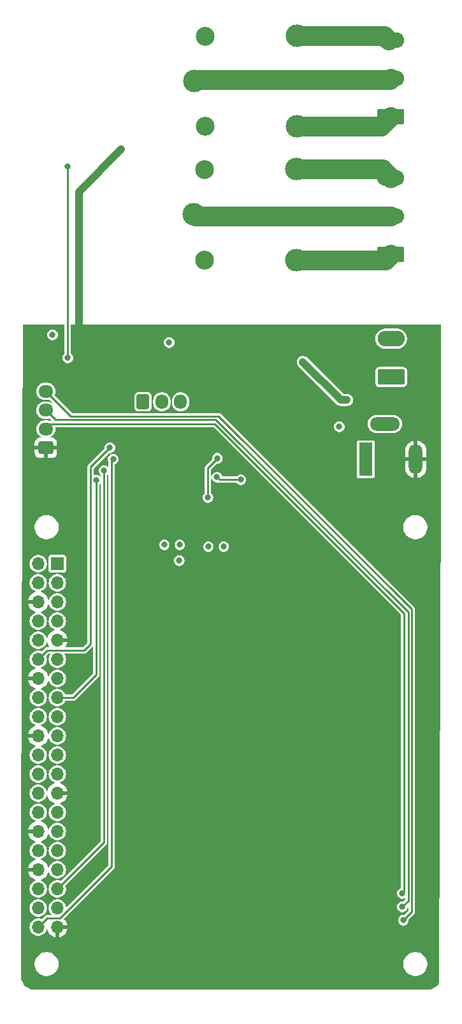
<source format=gbr>
%TF.GenerationSoftware,KiCad,Pcbnew,8.0.6*%
%TF.CreationDate,2024-12-05T11:31:46+01:00*%
%TF.ProjectId,BANBEL,42414e42-454c-42e6-9b69-6361645f7063,1.01*%
%TF.SameCoordinates,Original*%
%TF.FileFunction,Copper,L4,Bot*%
%TF.FilePolarity,Positive*%
%FSLAX46Y46*%
G04 Gerber Fmt 4.6, Leading zero omitted, Abs format (unit mm)*
G04 Created by KiCad (PCBNEW 8.0.6) date 2024-12-05 11:31:46*
%MOMM*%
%LPD*%
G01*
G04 APERTURE LIST*
G04 Aperture macros list*
%AMRoundRect*
0 Rectangle with rounded corners*
0 $1 Rounding radius*
0 $2 $3 $4 $5 $6 $7 $8 $9 X,Y pos of 4 corners*
0 Add a 4 corners polygon primitive as box body*
4,1,4,$2,$3,$4,$5,$6,$7,$8,$9,$2,$3,0*
0 Add four circle primitives for the rounded corners*
1,1,$1+$1,$2,$3*
1,1,$1+$1,$4,$5*
1,1,$1+$1,$6,$7*
1,1,$1+$1,$8,$9*
0 Add four rect primitives between the rounded corners*
20,1,$1+$1,$2,$3,$4,$5,0*
20,1,$1+$1,$4,$5,$6,$7,0*
20,1,$1+$1,$6,$7,$8,$9,0*
20,1,$1+$1,$8,$9,$2,$3,0*%
G04 Aperture macros list end*
%TA.AperFunction,ComponentPad*%
%ADD10R,1.700000X1.700000*%
%TD*%
%TA.AperFunction,ComponentPad*%
%ADD11O,1.700000X1.700000*%
%TD*%
%TA.AperFunction,ComponentPad*%
%ADD12RoundRect,0.250000X0.725000X-0.600000X0.725000X0.600000X-0.725000X0.600000X-0.725000X-0.600000X0*%
%TD*%
%TA.AperFunction,ComponentPad*%
%ADD13O,1.950000X1.700000*%
%TD*%
%TA.AperFunction,ComponentPad*%
%ADD14RoundRect,0.250000X-0.600000X-0.725000X0.600000X-0.725000X0.600000X0.725000X-0.600000X0.725000X0*%
%TD*%
%TA.AperFunction,ComponentPad*%
%ADD15O,1.700000X1.950000*%
%TD*%
%TA.AperFunction,ComponentPad*%
%ADD16RoundRect,0.249999X1.550001X-0.790001X1.550001X0.790001X-1.550001X0.790001X-1.550001X-0.790001X0*%
%TD*%
%TA.AperFunction,ComponentPad*%
%ADD17O,3.600000X2.080000*%
%TD*%
%TA.AperFunction,ComponentPad*%
%ADD18C,3.000000*%
%TD*%
%TA.AperFunction,ComponentPad*%
%ADD19C,2.500000*%
%TD*%
%TA.AperFunction,ComponentPad*%
%ADD20R,1.800000X4.400000*%
%TD*%
%TA.AperFunction,ComponentPad*%
%ADD21O,1.800000X4.000000*%
%TD*%
%TA.AperFunction,ComponentPad*%
%ADD22O,4.000000X1.800000*%
%TD*%
%TA.AperFunction,ViaPad*%
%ADD23C,0.800000*%
%TD*%
%TA.AperFunction,Conductor*%
%ADD24C,1.000000*%
%TD*%
%TA.AperFunction,Conductor*%
%ADD25C,0.250000*%
%TD*%
%TA.AperFunction,Conductor*%
%ADD26C,2.600000*%
%TD*%
G04 APERTURE END LIST*
D10*
%TO.P,J2,1,Pin_1*%
%TO.N,+3V3P*%
X68203000Y-101239200D03*
D11*
%TO.P,J2,2,Pin_2*%
%TO.N,+5V*%
X65663000Y-101239200D03*
%TO.P,J2,3,Pin_3*%
%TO.N,unconnected-(J2-Pin_3-Pad3)*%
X68203000Y-103779200D03*
%TO.P,J2,4,Pin_4*%
%TO.N,+5V*%
X65663000Y-103779200D03*
%TO.P,J2,5,Pin_5*%
%TO.N,unconnected-(J2-Pin_5-Pad5)*%
X68203000Y-106319200D03*
%TO.P,J2,6,Pin_6*%
%TO.N,GND*%
X65663000Y-106319200D03*
%TO.P,J2,7,Pin_7*%
%TO.N,unconnected-(J2-Pin_7-Pad7)*%
X68203000Y-108859200D03*
%TO.P,J2,8,Pin_8*%
%TO.N,unconnected-(J2-Pin_8-Pad8)*%
X65663000Y-108859200D03*
%TO.P,J2,9,Pin_9*%
%TO.N,GND*%
X68203000Y-111399200D03*
%TO.P,J2,10,Pin_10*%
%TO.N,unconnected-(J2-Pin_10-Pad10)*%
X65663000Y-111399200D03*
%TO.P,J2,11,Pin_11*%
%TO.N,GPIO17*%
X68203000Y-113939200D03*
%TO.P,J2,12,Pin_12*%
%TO.N,GPIO18*%
X65663000Y-113939200D03*
%TO.P,J2,13,Pin_13*%
%TO.N,GPIO27*%
X68203000Y-116479200D03*
%TO.P,J2,14,Pin_14*%
%TO.N,GND*%
X65663000Y-116479200D03*
%TO.P,J2,15,Pin_15*%
%TO.N,GPIO22*%
X68203000Y-119019200D03*
%TO.P,J2,16,Pin_16*%
%TO.N,GPIO23*%
X65663000Y-119019200D03*
%TO.P,J2,17,Pin_17*%
%TO.N,+3V3P*%
X68203000Y-121559200D03*
%TO.P,J2,18,Pin_18*%
%TO.N,GPIO24*%
X65663000Y-121559200D03*
%TO.P,J2,19,Pin_19*%
%TO.N,GPIO10*%
X68203000Y-124099200D03*
%TO.P,J2,20,Pin_20*%
%TO.N,GND*%
X65663000Y-124099200D03*
%TO.P,J2,21,Pin_21*%
%TO.N,GPIO09*%
X68203000Y-126639200D03*
%TO.P,J2,22,Pin_22*%
%TO.N,GPIO25*%
X65663000Y-126639200D03*
%TO.P,J2,23,Pin_23*%
%TO.N,GPIO11*%
X68203000Y-129179200D03*
%TO.P,J2,24,Pin_24*%
%TO.N,GPIO8*%
X65663000Y-129179200D03*
%TO.P,J2,25,Pin_25*%
%TO.N,GND*%
X68203000Y-131719200D03*
%TO.P,J2,26,Pin_26*%
%TO.N,GPIO7*%
X65663000Y-131719200D03*
%TO.P,J2,27,Pin_27*%
%TO.N,unconnected-(J2-Pin_27-Pad27)*%
X68203000Y-134259200D03*
%TO.P,J2,28,Pin_28*%
%TO.N,unconnected-(J2-Pin_28-Pad28)*%
X65663000Y-134259200D03*
%TO.P,J2,29,Pin_29*%
%TO.N,unconnected-(J2-Pin_29-Pad29)*%
X68203000Y-136799200D03*
%TO.P,J2,30,Pin_30*%
%TO.N,GND*%
X65663000Y-136799200D03*
%TO.P,J2,31,Pin_31*%
%TO.N,GPIO6*%
X68203000Y-139339200D03*
%TO.P,J2,32,Pin_32*%
%TO.N,unconnected-(J2-Pin_32-Pad32)*%
X65663000Y-139339200D03*
%TO.P,J2,33,Pin_33*%
%TO.N,GPIO13*%
X68203000Y-141879200D03*
%TO.P,J2,34,Pin_34*%
%TO.N,GND*%
X65663000Y-141879200D03*
%TO.P,J2,35,Pin_35*%
%TO.N,GPIO19*%
X68203000Y-144419200D03*
%TO.P,J2,36,Pin_36*%
%TO.N,GPIO16*%
X65663000Y-144419200D03*
%TO.P,J2,37,Pin_37*%
%TO.N,GPIO26*%
X68203000Y-146959200D03*
%TO.P,J2,38,Pin_38*%
%TO.N,GPIO20*%
X65663000Y-146959200D03*
%TO.P,J2,39,Pin_39*%
%TO.N,GND*%
X68203000Y-149499200D03*
%TO.P,J2,40,Pin_40*%
%TO.N,GPIO21*%
X65663000Y-149499200D03*
%TD*%
D12*
%TO.P,J3,1,Pin_1*%
%TO.N,GND*%
X66675000Y-85859000D03*
D13*
%TO.P,J3,2,Pin_2*%
%TO.N,Net-(D1-A)*%
X66675000Y-83359000D03*
%TO.P,J3,3,Pin_3*%
%TO.N,Net-(D2-A)*%
X66675000Y-80859000D03*
%TO.P,J3,4,Pin_4*%
%TO.N,Net-(D3-A)*%
X66675000Y-78359000D03*
%TD*%
D14*
%TO.P,J1,1,Pin_1*%
%TO.N,Net-(J1-Pin_1)*%
X79582000Y-79756000D03*
D15*
%TO.P,J1,2,Pin_2*%
%TO.N,Net-(J1-Pin_2)*%
X82082000Y-79756000D03*
%TO.P,J1,3,Pin_3*%
%TO.N,Net-(J1-Pin_3)*%
X84582000Y-79756000D03*
%TD*%
D16*
%TO.P,J5,1,Pin_1*%
%TO.N,Net-(J5-Pin_1)*%
X112522000Y-60198000D03*
D17*
%TO.P,J5,2,Pin_2*%
%TO.N,Net-(J5-Pin_2)*%
X112522000Y-55118000D03*
%TO.P,J5,3,Pin_3*%
%TO.N,Net-(J5-Pin_3)*%
X112522000Y-50038000D03*
%TD*%
D16*
%TO.P,J7,1,Pin_1*%
%TO.N,Net-(J7-Pin_1)*%
X112554500Y-76454000D03*
D17*
%TO.P,J7,2,Pin_2*%
%TO.N,Net-(J7-Pin_2)*%
X112554500Y-71374000D03*
%TD*%
D16*
%TO.P,J4,1,Pin_1*%
%TO.N,Net-(J4-Pin_1)*%
X112522000Y-41904200D03*
D17*
%TO.P,J4,2,Pin_2*%
%TO.N,Net-(J4-Pin_2)*%
X112522000Y-36824200D03*
%TO.P,J4,3,Pin_3*%
%TO.N,Net-(J4-Pin_3)*%
X112522000Y-31744200D03*
%TD*%
D18*
%TO.P,K1,1*%
%TO.N,Net-(J4-Pin_2)*%
X86434000Y-37130000D03*
D19*
%TO.P,K1,2*%
%TO.N,Net-(D4-A)*%
X87834000Y-43180000D03*
D18*
%TO.P,K1,3*%
%TO.N,Net-(J4-Pin_1)*%
X100034000Y-43180000D03*
%TO.P,K1,4*%
%TO.N,Net-(J4-Pin_3)*%
X100034000Y-31130000D03*
D19*
%TO.P,K1,5*%
%TO.N,+5V*%
X87834000Y-31180000D03*
%TD*%
D20*
%TO.P,J6,1*%
%TO.N,+5V*%
X109174000Y-87376000D03*
D21*
%TO.P,J6,2*%
%TO.N,GND*%
X115824000Y-87376000D03*
D22*
%TO.P,J6,3*%
%TO.N,unconnected-(J6-Pad3)*%
X111724000Y-82676000D03*
%TD*%
D18*
%TO.P,K2,1*%
%TO.N,Net-(J5-Pin_2)*%
X86360000Y-54864000D03*
D19*
%TO.P,K2,2*%
%TO.N,Net-(D5-A)*%
X87760000Y-60914000D03*
D18*
%TO.P,K2,3*%
%TO.N,Net-(J5-Pin_1)*%
X99960000Y-60914000D03*
%TO.P,K2,4*%
%TO.N,Net-(J5-Pin_3)*%
X99960000Y-48864000D03*
D19*
%TO.P,K2,5*%
%TO.N,+5V*%
X87760000Y-48914000D03*
%TD*%
D23*
%TO.N,GND*%
X78245000Y-100076000D03*
X100838000Y-83058000D03*
X100838000Y-73185000D03*
X76213000Y-103124000D03*
X106426000Y-74676000D03*
X76644500Y-46291500D03*
X71069200Y-71678800D03*
X116840000Y-143764000D03*
X96393000Y-87122000D03*
X78245000Y-94996000D03*
X80645000Y-91453000D03*
X71069200Y-70256400D03*
X80970274Y-89023800D03*
X76835012Y-84454988D03*
X79059998Y-93472014D03*
X89669822Y-86008409D03*
X86614000Y-98806000D03*
X104902000Y-73152000D03*
X93853000Y-93141800D03*
X78245000Y-106172000D03*
X83439000Y-98729800D03*
X89281000Y-98983800D03*
X72212200Y-70535800D03*
X89662000Y-85090000D03*
X95250000Y-79756000D03*
X80877758Y-84958242D03*
X85724986Y-93395800D03*
%TO.N,Net-(D1-A)*%
X114046000Y-145034000D03*
%TO.N,GPIO18*%
X75184003Y-85851997D03*
%TO.N,GPIO21*%
X75611508Y-87375999D03*
%TO.N,GPIO19*%
X74409000Y-88899990D03*
%TO.N,Net-(D2-A)*%
X114046000Y-146812000D03*
%TO.N,GPIO22*%
X73406000Y-90170000D03*
%TO.N,Net-(D3-A)*%
X114172998Y-148590000D03*
%TO.N,+3.3VA*%
X89465456Y-87247165D03*
X88209000Y-92456000D03*
%TO.N,+5V*%
X82423000Y-98729800D03*
X100837994Y-74455000D03*
X105664000Y-83058000D03*
X88265000Y-98983800D03*
X106680000Y-79502000D03*
X67564000Y-70866000D03*
X83058000Y-71882000D03*
X90297000Y-98983800D03*
X84399000Y-100838000D03*
X84455000Y-98729800D03*
%TO.N,GPIO24*%
X69596003Y-73914003D03*
X69596003Y-48514000D03*
%TO.N,Net-(U3-CAPM)*%
X89408000Y-89749792D03*
X92583000Y-90093800D03*
%TD*%
D24*
%TO.N,GND*%
X71069200Y-70256400D02*
X71069200Y-71678800D01*
D25*
X71120000Y-71628000D02*
X71069200Y-71678800D01*
X71120000Y-70866000D02*
X71120000Y-71628000D01*
X71374000Y-70612000D02*
X71120000Y-70866000D01*
D24*
X71069200Y-51866800D02*
X71069200Y-70256400D01*
X76708000Y-46228000D02*
X71069200Y-51866800D01*
D25*
%TO.N,Net-(D1-A)*%
X89151208Y-82677000D02*
X114300000Y-107825792D01*
X114300000Y-144780000D02*
X114046000Y-145034000D01*
X114300000Y-107825792D02*
X114300000Y-144780000D01*
X66675000Y-83359000D02*
X67357000Y-82677000D01*
X67357000Y-82677000D02*
X89151208Y-82677000D01*
%TO.N,GPIO18*%
X66838000Y-112764200D02*
X71766800Y-112764200D01*
X65663000Y-113939200D02*
X66838000Y-112764200D01*
X71766800Y-112764200D02*
X72644000Y-111887000D01*
X72644000Y-111887000D02*
X72644000Y-88392000D01*
X72644000Y-88392000D02*
X75184003Y-85851997D01*
%TO.N,GPIO21*%
X66838000Y-148324200D02*
X68499701Y-148324200D01*
X68499701Y-148324200D02*
X75397753Y-141426148D01*
X75397753Y-87589754D02*
X75611508Y-87375999D01*
X65663000Y-149499200D02*
X66838000Y-148324200D01*
X75397753Y-141426148D02*
X75397753Y-87589754D01*
%TO.N,GPIO19*%
X74409000Y-138213200D02*
X74409000Y-88899990D01*
X68203000Y-144419200D02*
X74409000Y-138213200D01*
%TO.N,Net-(D2-A)*%
X89221604Y-82111000D02*
X114821000Y-107710396D01*
X67927000Y-82111000D02*
X89221604Y-82111000D01*
X114821000Y-146037000D02*
X114046000Y-146812000D01*
X66675000Y-80859000D02*
X67927000Y-82111000D01*
X114821000Y-107710396D02*
X114821000Y-146037000D01*
%TO.N,GPIO22*%
X70337800Y-119019200D02*
X73406000Y-115951000D01*
X68203000Y-119019200D02*
X70337800Y-119019200D01*
X73406000Y-115951000D02*
X73406000Y-90170000D01*
%TO.N,Net-(D3-A)*%
X115271000Y-107270000D02*
X115271000Y-147491998D01*
X69977000Y-81661000D02*
X89662000Y-81661000D01*
X66675000Y-78359000D02*
X69977000Y-81661000D01*
X115271000Y-147491998D02*
X114172998Y-148590000D01*
X89662000Y-81661000D02*
X115271000Y-107270000D01*
%TO.N,+3.3VA*%
X88209000Y-88503621D02*
X89465456Y-87247165D01*
X88209000Y-92456000D02*
X88209000Y-88503621D01*
D24*
%TO.N,+5V*%
X105884994Y-79502000D02*
X106680000Y-79502000D01*
X100837994Y-74455000D02*
X105884994Y-79502000D01*
D25*
%TO.N,GPIO24*%
X69596003Y-73914003D02*
X69596003Y-48514000D01*
%TO.N,Net-(U3-CAPM)*%
X92583000Y-90093800D02*
X89752008Y-90093800D01*
X89752008Y-90093800D02*
X89408000Y-89749792D01*
D26*
%TO.N,Net-(J4-Pin_3)*%
X100034000Y-31130000D02*
X111653800Y-31130000D01*
X111653800Y-31130000D02*
X112268000Y-31744200D01*
%TO.N,Net-(J4-Pin_1)*%
X100034000Y-43180000D02*
X111246200Y-43180000D01*
X111246200Y-43180000D02*
X112522000Y-41904200D01*
%TO.N,Net-(J4-Pin_2)*%
X86434000Y-37130000D02*
X86607000Y-36957000D01*
X112389200Y-36957000D02*
X112522000Y-36824200D01*
X86607000Y-36957000D02*
X112389200Y-36957000D01*
%TO.N,Net-(J5-Pin_3)*%
X99960000Y-48864000D02*
X111348000Y-48864000D01*
X111348000Y-48864000D02*
X112522000Y-50038000D01*
%TO.N,Net-(J5-Pin_2)*%
X86614000Y-55118000D02*
X112522000Y-55118000D01*
X86360000Y-54864000D02*
X86614000Y-55118000D01*
%TO.N,Net-(J5-Pin_1)*%
X111806000Y-60914000D02*
X112522000Y-60198000D01*
X99960000Y-60914000D02*
X111806000Y-60914000D01*
%TD*%
%TA.AperFunction,Conductor*%
%TO.N,GND*%
G36*
X69108034Y-69460951D02*
G01*
X69152217Y-69479276D01*
X69170503Y-69523450D01*
X69170503Y-73326976D01*
X69152197Y-73371170D01*
X69149448Y-73373758D01*
X69067821Y-73446072D01*
X69067814Y-73446080D01*
X68971185Y-73586071D01*
X68910862Y-73745132D01*
X68910861Y-73745138D01*
X68890358Y-73913999D01*
X68890358Y-73914006D01*
X68910861Y-74082867D01*
X68910862Y-74082873D01*
X68971185Y-74241934D01*
X69067814Y-74381925D01*
X69067819Y-74381931D01*
X69067820Y-74381932D01*
X69195151Y-74494737D01*
X69345778Y-74573793D01*
X69510947Y-74614503D01*
X69510949Y-74614503D01*
X69681057Y-74614503D01*
X69681059Y-74614503D01*
X69846228Y-74573793D01*
X69996855Y-74494737D01*
X70124186Y-74381932D01*
X70128172Y-74376157D01*
X100037494Y-74376157D01*
X100037494Y-74533842D01*
X100068256Y-74688495D01*
X100128600Y-74834180D01*
X100216204Y-74965288D01*
X105374705Y-80123789D01*
X105505813Y-80211393D01*
X105505814Y-80211393D01*
X105505815Y-80211394D01*
X105651497Y-80271737D01*
X105806152Y-80302500D01*
X106758842Y-80302500D01*
X106913497Y-80271737D01*
X107059179Y-80211394D01*
X107190289Y-80123789D01*
X107301789Y-80012289D01*
X107389394Y-79881179D01*
X107449737Y-79735497D01*
X107480500Y-79580842D01*
X107480500Y-79423158D01*
X107449737Y-79268503D01*
X107389394Y-79122821D01*
X107379830Y-79108508D01*
X107301789Y-78991711D01*
X107190288Y-78880210D01*
X107059180Y-78792606D01*
X106913495Y-78732262D01*
X106758842Y-78701500D01*
X106242460Y-78701500D01*
X106198266Y-78683194D01*
X103135975Y-75620903D01*
X110454000Y-75620903D01*
X110454000Y-77287095D01*
X110454002Y-77287115D01*
X110464622Y-77375563D01*
X110520139Y-77516343D01*
X110520140Y-77516345D01*
X110557192Y-77565205D01*
X110611577Y-77636923D01*
X110706150Y-77708639D01*
X110732154Y-77728359D01*
X110732159Y-77728362D01*
X110798134Y-77754379D01*
X110872935Y-77783877D01*
X110961397Y-77794500D01*
X114147602Y-77794499D01*
X114236065Y-77783877D01*
X114376843Y-77728361D01*
X114497423Y-77636923D01*
X114588861Y-77516343D01*
X114644377Y-77375565D01*
X114655000Y-77287103D01*
X114654999Y-75620898D01*
X114644377Y-75532435D01*
X114588861Y-75391657D01*
X114497423Y-75271077D01*
X114425705Y-75216692D01*
X114376845Y-75179640D01*
X114376840Y-75179637D01*
X114236071Y-75124125D01*
X114236062Y-75124122D01*
X114147613Y-75113501D01*
X114147609Y-75113500D01*
X114147603Y-75113500D01*
X114147596Y-75113500D01*
X110961404Y-75113500D01*
X110961384Y-75113502D01*
X110872936Y-75124122D01*
X110732156Y-75179639D01*
X110732154Y-75179640D01*
X110611577Y-75271077D01*
X110520140Y-75391654D01*
X110520137Y-75391659D01*
X110464625Y-75532428D01*
X110464622Y-75532437D01*
X110454001Y-75620886D01*
X110454000Y-75620903D01*
X103135975Y-75620903D01*
X101348282Y-73833210D01*
X101217174Y-73745606D01*
X101071489Y-73685262D01*
X100916836Y-73654500D01*
X100759152Y-73654500D01*
X100604498Y-73685262D01*
X100458813Y-73745606D01*
X100327705Y-73833210D01*
X100216204Y-73944711D01*
X100128600Y-74075819D01*
X100068256Y-74221504D01*
X100037494Y-74376157D01*
X70128172Y-74376157D01*
X70220821Y-74241933D01*
X70281143Y-74082875D01*
X70282000Y-74075819D01*
X70301648Y-73914006D01*
X70301648Y-73913999D01*
X70281144Y-73745138D01*
X70281143Y-73745132D01*
X70246771Y-73654500D01*
X70220821Y-73586073D01*
X70220820Y-73586071D01*
X70124191Y-73446080D01*
X70124184Y-73446072D01*
X70042558Y-73373758D01*
X70021617Y-73330750D01*
X70021503Y-73326976D01*
X70021503Y-71881996D01*
X82352355Y-71881996D01*
X82352355Y-71882003D01*
X82372858Y-72050864D01*
X82372859Y-72050870D01*
X82433182Y-72209931D01*
X82529811Y-72349922D01*
X82529816Y-72349928D01*
X82529817Y-72349929D01*
X82657148Y-72462734D01*
X82807775Y-72541790D01*
X82972944Y-72582500D01*
X82972946Y-72582500D01*
X83143054Y-72582500D01*
X83143056Y-72582500D01*
X83308225Y-72541790D01*
X83458852Y-72462734D01*
X83586183Y-72349929D01*
X83682818Y-72209930D01*
X83743140Y-72050872D01*
X83763645Y-71882000D01*
X83743140Y-71713128D01*
X83682818Y-71554070D01*
X83631344Y-71479497D01*
X83586188Y-71414077D01*
X83586181Y-71414069D01*
X83458851Y-71301265D01*
X83396427Y-71268502D01*
X110454000Y-71268502D01*
X110454000Y-71479497D01*
X110454001Y-71479513D01*
X110487007Y-71687898D01*
X110487007Y-71687899D01*
X110552209Y-71888571D01*
X110552210Y-71888574D01*
X110634905Y-72050870D01*
X110648002Y-72076575D01*
X110772024Y-72247277D01*
X110772027Y-72247280D01*
X110772030Y-72247284D01*
X110921215Y-72396469D01*
X110921218Y-72396471D01*
X110921223Y-72396476D01*
X111091925Y-72520498D01*
X111279927Y-72616290D01*
X111480599Y-72681492D01*
X111568426Y-72695402D01*
X111688986Y-72714498D01*
X111688992Y-72714498D01*
X111689000Y-72714500D01*
X111689002Y-72714500D01*
X113419998Y-72714500D01*
X113420000Y-72714500D01*
X113628401Y-72681492D01*
X113829073Y-72616290D01*
X114017075Y-72520498D01*
X114187777Y-72396476D01*
X114336976Y-72247277D01*
X114460998Y-72076575D01*
X114556790Y-71888573D01*
X114621992Y-71687901D01*
X114655000Y-71479500D01*
X114655000Y-71268500D01*
X114621992Y-71060099D01*
X114556790Y-70859427D01*
X114460998Y-70671425D01*
X114336976Y-70500723D01*
X114336971Y-70500718D01*
X114336969Y-70500715D01*
X114187784Y-70351530D01*
X114187780Y-70351527D01*
X114187777Y-70351524D01*
X114017075Y-70227502D01*
X113975287Y-70206210D01*
X113829074Y-70131710D01*
X113829071Y-70131709D01*
X113628399Y-70066507D01*
X113420013Y-70033501D01*
X113420001Y-70033500D01*
X113420000Y-70033500D01*
X111689000Y-70033500D01*
X111688998Y-70033500D01*
X111688986Y-70033501D01*
X111480601Y-70066507D01*
X111480600Y-70066507D01*
X111279928Y-70131709D01*
X111279925Y-70131710D01*
X111091924Y-70227502D01*
X110921215Y-70351530D01*
X110772030Y-70500715D01*
X110648002Y-70671424D01*
X110552210Y-70859425D01*
X110552209Y-70859428D01*
X110487007Y-71060100D01*
X110487007Y-71060101D01*
X110454001Y-71268486D01*
X110454000Y-71268502D01*
X83396427Y-71268502D01*
X83308226Y-71222210D01*
X83143059Y-71181500D01*
X83143056Y-71181500D01*
X82972944Y-71181500D01*
X82972940Y-71181500D01*
X82807773Y-71222210D01*
X82657148Y-71301265D01*
X82529818Y-71414069D01*
X82529811Y-71414077D01*
X82433182Y-71554068D01*
X82372859Y-71713129D01*
X82372858Y-71713135D01*
X82352355Y-71881996D01*
X70021503Y-71881996D01*
X70021503Y-69523889D01*
X70039809Y-69479695D01*
X70084000Y-69461390D01*
X119130030Y-69483432D01*
X119174214Y-69501758D01*
X119192500Y-69545932D01*
X119192500Y-90119678D01*
X118928297Y-156857268D01*
X118917764Y-156891744D01*
X118797084Y-157072355D01*
X118792107Y-157078841D01*
X118631528Y-157261947D01*
X118625747Y-157267728D01*
X118442641Y-157428307D01*
X118436155Y-157433284D01*
X118233658Y-157568588D01*
X118226578Y-157572676D01*
X118008144Y-157680395D01*
X118000591Y-157683523D01*
X117769976Y-157761807D01*
X117762079Y-157763923D01*
X117523215Y-157811436D01*
X117515110Y-157812503D01*
X117270044Y-157828566D01*
X117265956Y-157828700D01*
X65270044Y-157828700D01*
X65265956Y-157828566D01*
X65020889Y-157812503D01*
X65012784Y-157811436D01*
X64773920Y-157763923D01*
X64766023Y-157761807D01*
X64535408Y-157683523D01*
X64527855Y-157680395D01*
X64309421Y-157572676D01*
X64302341Y-157568588D01*
X64099844Y-157433284D01*
X64093358Y-157428307D01*
X64086049Y-157421897D01*
X63910245Y-157267721D01*
X63904478Y-157261954D01*
X63743891Y-157078840D01*
X63738915Y-157072355D01*
X63603611Y-156869858D01*
X63599523Y-156862778D01*
X63491804Y-156644344D01*
X63488676Y-156636791D01*
X63466947Y-156572779D01*
X63410389Y-156406165D01*
X63408278Y-156398289D01*
X63360762Y-156159414D01*
X63359696Y-156151310D01*
X63343634Y-155906244D01*
X63343500Y-155902156D01*
X63343500Y-154278240D01*
X65167500Y-154278240D01*
X65167500Y-154530159D01*
X65167501Y-154530175D01*
X65206909Y-154778982D01*
X65206909Y-154778983D01*
X65206910Y-154778985D01*
X65284759Y-155018579D01*
X65399130Y-155243045D01*
X65547207Y-155446856D01*
X65547210Y-155446859D01*
X65547213Y-155446863D01*
X65725336Y-155624986D01*
X65725339Y-155624988D01*
X65725344Y-155624993D01*
X65929155Y-155773070D01*
X66153621Y-155887441D01*
X66393215Y-155965290D01*
X66498083Y-155981899D01*
X66642024Y-156004698D01*
X66642030Y-156004698D01*
X66642038Y-156004700D01*
X66642040Y-156004700D01*
X66893960Y-156004700D01*
X66893962Y-156004700D01*
X67142785Y-155965290D01*
X67382379Y-155887441D01*
X67606845Y-155773070D01*
X67810656Y-155624993D01*
X67988793Y-155446856D01*
X68136870Y-155243045D01*
X68251241Y-155018579D01*
X68329090Y-154778985D01*
X68368500Y-154530162D01*
X68368500Y-154278240D01*
X114167500Y-154278240D01*
X114167500Y-154530159D01*
X114167501Y-154530175D01*
X114206909Y-154778982D01*
X114206909Y-154778983D01*
X114206910Y-154778985D01*
X114284759Y-155018579D01*
X114399130Y-155243045D01*
X114547207Y-155446856D01*
X114547210Y-155446859D01*
X114547213Y-155446863D01*
X114725336Y-155624986D01*
X114725339Y-155624988D01*
X114725344Y-155624993D01*
X114929155Y-155773070D01*
X115153621Y-155887441D01*
X115393215Y-155965290D01*
X115498083Y-155981899D01*
X115642024Y-156004698D01*
X115642030Y-156004698D01*
X115642038Y-156004700D01*
X115642040Y-156004700D01*
X115893960Y-156004700D01*
X115893962Y-156004700D01*
X116142785Y-155965290D01*
X116382379Y-155887441D01*
X116606845Y-155773070D01*
X116810656Y-155624993D01*
X116988793Y-155446856D01*
X117136870Y-155243045D01*
X117251241Y-155018579D01*
X117329090Y-154778985D01*
X117368500Y-154530162D01*
X117368500Y-154278238D01*
X117329090Y-154029415D01*
X117251241Y-153789821D01*
X117136870Y-153565355D01*
X116988793Y-153361544D01*
X116988788Y-153361539D01*
X116988786Y-153361536D01*
X116810663Y-153183413D01*
X116810659Y-153183410D01*
X116810656Y-153183407D01*
X116606845Y-153035330D01*
X116382379Y-152920959D01*
X116382377Y-152920958D01*
X116142783Y-152843109D01*
X115893975Y-152803701D01*
X115893963Y-152803700D01*
X115893962Y-152803700D01*
X115642038Y-152803700D01*
X115642036Y-152803700D01*
X115642024Y-152803701D01*
X115393217Y-152843109D01*
X115393216Y-152843109D01*
X115153622Y-152920958D01*
X115153614Y-152920962D01*
X114936457Y-153031609D01*
X114929155Y-153035330D01*
X114725344Y-153183407D01*
X114725336Y-153183413D01*
X114547213Y-153361536D01*
X114399129Y-153565357D01*
X114284762Y-153789814D01*
X114284758Y-153789822D01*
X114206909Y-154029416D01*
X114206909Y-154029417D01*
X114167501Y-154278224D01*
X114167500Y-154278240D01*
X68368500Y-154278240D01*
X68368500Y-154278238D01*
X68329090Y-154029415D01*
X68251241Y-153789821D01*
X68136870Y-153565355D01*
X67988793Y-153361544D01*
X67988788Y-153361539D01*
X67988786Y-153361536D01*
X67810663Y-153183413D01*
X67810659Y-153183410D01*
X67810656Y-153183407D01*
X67606845Y-153035330D01*
X67382379Y-152920959D01*
X67382377Y-152920958D01*
X67142783Y-152843109D01*
X66893975Y-152803701D01*
X66893963Y-152803700D01*
X66893962Y-152803700D01*
X66642038Y-152803700D01*
X66642036Y-152803700D01*
X66642024Y-152803701D01*
X66393217Y-152843109D01*
X66393216Y-152843109D01*
X66153622Y-152920958D01*
X66153614Y-152920962D01*
X65936457Y-153031609D01*
X65929155Y-153035330D01*
X65725344Y-153183407D01*
X65725336Y-153183413D01*
X65547213Y-153361536D01*
X65399129Y-153565357D01*
X65284762Y-153789814D01*
X65284758Y-153789822D01*
X65206909Y-154029416D01*
X65206909Y-154029417D01*
X65167501Y-154278224D01*
X65167500Y-154278240D01*
X63343500Y-154278240D01*
X63343500Y-146959196D01*
X64507571Y-146959196D01*
X64507571Y-146959203D01*
X64527242Y-147171502D01*
X64527244Y-147171513D01*
X64585596Y-147376591D01*
X64680631Y-147567450D01*
X64680632Y-147567452D01*
X64680634Y-147567455D01*
X64809128Y-147737607D01*
X64966697Y-147881251D01*
X64966696Y-147881251D01*
X65147977Y-147993496D01*
X65147978Y-147993497D01*
X65147981Y-147993498D01*
X65346802Y-148070521D01*
X65556390Y-148109700D01*
X65556393Y-148109700D01*
X65769607Y-148109700D01*
X65769610Y-148109700D01*
X65979198Y-148070521D01*
X66178019Y-147993498D01*
X66359302Y-147881252D01*
X66516872Y-147737607D01*
X66645366Y-147567455D01*
X66740405Y-147376589D01*
X66798756Y-147171510D01*
X66801682Y-147139931D01*
X66818429Y-146959203D01*
X66818429Y-146959196D01*
X66798757Y-146746897D01*
X66798755Y-146746886D01*
X66790921Y-146719352D01*
X66740405Y-146541811D01*
X66645366Y-146350945D01*
X66516872Y-146180793D01*
X66359302Y-146037148D01*
X66359303Y-146037148D01*
X66178022Y-145924903D01*
X66178021Y-145924902D01*
X66059678Y-145879057D01*
X65979198Y-145847879D01*
X65979195Y-145847878D01*
X65979194Y-145847878D01*
X65769614Y-145808700D01*
X65769610Y-145808700D01*
X65556390Y-145808700D01*
X65556385Y-145808700D01*
X65346805Y-145847878D01*
X65147978Y-145924902D01*
X65147977Y-145924903D01*
X64966696Y-146037148D01*
X64809126Y-146180795D01*
X64809124Y-146180797D01*
X64680634Y-146350945D01*
X64680631Y-146350949D01*
X64585596Y-146541808D01*
X64527244Y-146746886D01*
X64527242Y-146746897D01*
X64507571Y-146959196D01*
X63343500Y-146959196D01*
X63343500Y-145734432D01*
X63343501Y-145734182D01*
X63357278Y-142296591D01*
X63380328Y-136545200D01*
X64326457Y-136545200D01*
X65232297Y-136545200D01*
X65197075Y-136606207D01*
X65163000Y-136733374D01*
X65163000Y-136865026D01*
X65197075Y-136992193D01*
X65232297Y-137053200D01*
X64326457Y-137053200D01*
X64374178Y-137241651D01*
X64374179Y-137241655D01*
X64464583Y-137447754D01*
X64464585Y-137447757D01*
X64587674Y-137636157D01*
X64587677Y-137636162D01*
X64740101Y-137801738D01*
X64740104Y-137801741D01*
X64917697Y-137939967D01*
X64917699Y-137939968D01*
X65115627Y-138047080D01*
X65115628Y-138047081D01*
X65323751Y-138118530D01*
X65359606Y-138150194D01*
X65362571Y-138197938D01*
X65330907Y-138233793D01*
X65326035Y-138235924D01*
X65147976Y-138304904D01*
X64966696Y-138417148D01*
X64809126Y-138560795D01*
X64809124Y-138560797D01*
X64680634Y-138730945D01*
X64680631Y-138730949D01*
X64585596Y-138921808D01*
X64527244Y-139126886D01*
X64527242Y-139126897D01*
X64507571Y-139339196D01*
X64507571Y-139339203D01*
X64527242Y-139551502D01*
X64527244Y-139551513D01*
X64585596Y-139756591D01*
X64680631Y-139947450D01*
X64680632Y-139947452D01*
X64680634Y-139947455D01*
X64809128Y-140117607D01*
X64966697Y-140261251D01*
X64966696Y-140261251D01*
X65147977Y-140373496D01*
X65147978Y-140373497D01*
X65147981Y-140373498D01*
X65326034Y-140442475D01*
X65360631Y-140475510D01*
X65361737Y-140523332D01*
X65328702Y-140557929D01*
X65323751Y-140559868D01*
X65115639Y-140631313D01*
X65115627Y-140631319D01*
X64917699Y-140738431D01*
X64917697Y-140738432D01*
X64740104Y-140876658D01*
X64740101Y-140876661D01*
X64587677Y-141042237D01*
X64587674Y-141042242D01*
X64464585Y-141230642D01*
X64464583Y-141230645D01*
X64374179Y-141436744D01*
X64374178Y-141436748D01*
X64326457Y-141625200D01*
X65232297Y-141625200D01*
X65197075Y-141686207D01*
X65163000Y-141813374D01*
X65163000Y-141945026D01*
X65197075Y-142072193D01*
X65232297Y-142133200D01*
X64326457Y-142133200D01*
X64374178Y-142321651D01*
X64374179Y-142321655D01*
X64464583Y-142527754D01*
X64464585Y-142527757D01*
X64587674Y-142716157D01*
X64587677Y-142716162D01*
X64740101Y-142881738D01*
X64740104Y-142881741D01*
X64917697Y-143019967D01*
X64917699Y-143019968D01*
X65115627Y-143127080D01*
X65115628Y-143127081D01*
X65323751Y-143198530D01*
X65359606Y-143230194D01*
X65362571Y-143277938D01*
X65330907Y-143313793D01*
X65326035Y-143315924D01*
X65147976Y-143384904D01*
X64966696Y-143497148D01*
X64809126Y-143640795D01*
X64809124Y-143640797D01*
X64680634Y-143810945D01*
X64680631Y-143810949D01*
X64585596Y-144001808D01*
X64527244Y-144206886D01*
X64527242Y-144206897D01*
X64507571Y-144419196D01*
X64507571Y-144419203D01*
X64527242Y-144631502D01*
X64527244Y-144631513D01*
X64585596Y-144836591D01*
X64680631Y-145027450D01*
X64680632Y-145027452D01*
X64680634Y-145027455D01*
X64809128Y-145197607D01*
X64966697Y-145341251D01*
X64966696Y-145341251D01*
X65147977Y-145453496D01*
X65147978Y-145453497D01*
X65147981Y-145453498D01*
X65346802Y-145530521D01*
X65556390Y-145569700D01*
X65556393Y-145569700D01*
X65769607Y-145569700D01*
X65769610Y-145569700D01*
X65979198Y-145530521D01*
X66178019Y-145453498D01*
X66359302Y-145341252D01*
X66516872Y-145197607D01*
X66645366Y-145027455D01*
X66740405Y-144836589D01*
X66798756Y-144631510D01*
X66804820Y-144566069D01*
X66818429Y-144419203D01*
X66818429Y-144419196D01*
X66798757Y-144206897D01*
X66798755Y-144206886D01*
X66792480Y-144184835D01*
X66740405Y-144001811D01*
X66645366Y-143810945D01*
X66516872Y-143640793D01*
X66359302Y-143497148D01*
X66359303Y-143497148D01*
X66178022Y-143384903D01*
X66178020Y-143384902D01*
X65999965Y-143315924D01*
X65965367Y-143282889D01*
X65964262Y-143235067D01*
X65997297Y-143200469D01*
X66002248Y-143198530D01*
X66210371Y-143127081D01*
X66210372Y-143127080D01*
X66408300Y-143019968D01*
X66408302Y-143019967D01*
X66585895Y-142881741D01*
X66585898Y-142881738D01*
X66738322Y-142716162D01*
X66738325Y-142716157D01*
X66861414Y-142527757D01*
X66861416Y-142527754D01*
X66951820Y-142321655D01*
X66951822Y-142321648D01*
X66979935Y-142210634D01*
X67008530Y-142172285D01*
X67055865Y-142165388D01*
X67094214Y-142193983D01*
X67100636Y-142208871D01*
X67120675Y-142279299D01*
X67125596Y-142296591D01*
X67220631Y-142487450D01*
X67220632Y-142487452D01*
X67220634Y-142487455D01*
X67349128Y-142657607D01*
X67506697Y-142801251D01*
X67506696Y-142801251D01*
X67687977Y-142913496D01*
X67687978Y-142913497D01*
X67687981Y-142913498D01*
X67886802Y-142990521D01*
X68096390Y-143029700D01*
X68096393Y-143029700D01*
X68309607Y-143029700D01*
X68309610Y-143029700D01*
X68519198Y-142990521D01*
X68718019Y-142913498D01*
X68899302Y-142801252D01*
X69056872Y-142657607D01*
X69185366Y-142487455D01*
X69280405Y-142296589D01*
X69338756Y-142091510D01*
X69340546Y-142072193D01*
X69358429Y-141879203D01*
X69358429Y-141879196D01*
X69338757Y-141666897D01*
X69338755Y-141666886D01*
X69316988Y-141590385D01*
X69280405Y-141461811D01*
X69185366Y-141270945D01*
X69056872Y-141100793D01*
X68899302Y-140957148D01*
X68899303Y-140957148D01*
X68718022Y-140844903D01*
X68718021Y-140844902D01*
X68601703Y-140799841D01*
X68519198Y-140767879D01*
X68519195Y-140767878D01*
X68519194Y-140767878D01*
X68309614Y-140728700D01*
X68309610Y-140728700D01*
X68096390Y-140728700D01*
X68096385Y-140728700D01*
X67886805Y-140767878D01*
X67687978Y-140844902D01*
X67687977Y-140844903D01*
X67506696Y-140957148D01*
X67349126Y-141100795D01*
X67349124Y-141100797D01*
X67220634Y-141270945D01*
X67220631Y-141270949D01*
X67125596Y-141461806D01*
X67100637Y-141549528D01*
X67070935Y-141587025D01*
X67023418Y-141592537D01*
X66985921Y-141562835D01*
X66979935Y-141547766D01*
X66951821Y-141436748D01*
X66951820Y-141436744D01*
X66861416Y-141230645D01*
X66861414Y-141230642D01*
X66738325Y-141042242D01*
X66738322Y-141042237D01*
X66585898Y-140876661D01*
X66585895Y-140876658D01*
X66408302Y-140738432D01*
X66408300Y-140738431D01*
X66210372Y-140631319D01*
X66210371Y-140631318D01*
X66002248Y-140559869D01*
X65966392Y-140528205D01*
X65963428Y-140480461D01*
X65995092Y-140444605D01*
X65999947Y-140442482D01*
X66178019Y-140373498D01*
X66359302Y-140261252D01*
X66516872Y-140117607D01*
X66645366Y-139947455D01*
X66740405Y-139756589D01*
X66798756Y-139551510D01*
X66818429Y-139339200D01*
X66818429Y-139339196D01*
X67047571Y-139339196D01*
X67047571Y-139339203D01*
X67067242Y-139551502D01*
X67067244Y-139551513D01*
X67125596Y-139756591D01*
X67220631Y-139947450D01*
X67220632Y-139947452D01*
X67220634Y-139947455D01*
X67349128Y-140117607D01*
X67506697Y-140261251D01*
X67506696Y-140261251D01*
X67687977Y-140373496D01*
X67687978Y-140373497D01*
X67687981Y-140373498D01*
X67886802Y-140450521D01*
X68096390Y-140489700D01*
X68096393Y-140489700D01*
X68309607Y-140489700D01*
X68309610Y-140489700D01*
X68519198Y-140450521D01*
X68718019Y-140373498D01*
X68899302Y-140261252D01*
X69056872Y-140117607D01*
X69185366Y-139947455D01*
X69280405Y-139756589D01*
X69338756Y-139551510D01*
X69358429Y-139339200D01*
X69338756Y-139126890D01*
X69280405Y-138921811D01*
X69185366Y-138730945D01*
X69056872Y-138560793D01*
X68899302Y-138417148D01*
X68899303Y-138417148D01*
X68718022Y-138304903D01*
X68718021Y-138304902D01*
X68601703Y-138259841D01*
X68519198Y-138227879D01*
X68519195Y-138227878D01*
X68519194Y-138227878D01*
X68309614Y-138188700D01*
X68309610Y-138188700D01*
X68096390Y-138188700D01*
X68096385Y-138188700D01*
X67886805Y-138227878D01*
X67687978Y-138304902D01*
X67687977Y-138304903D01*
X67506696Y-138417148D01*
X67349126Y-138560795D01*
X67349124Y-138560797D01*
X67220634Y-138730945D01*
X67220631Y-138730949D01*
X67125596Y-138921808D01*
X67067244Y-139126886D01*
X67067242Y-139126897D01*
X67047571Y-139339196D01*
X66818429Y-139339196D01*
X66798756Y-139126890D01*
X66740405Y-138921811D01*
X66645366Y-138730945D01*
X66516872Y-138560793D01*
X66359302Y-138417148D01*
X66359303Y-138417148D01*
X66178022Y-138304903D01*
X66178020Y-138304902D01*
X65999965Y-138235924D01*
X65965367Y-138202889D01*
X65964262Y-138155067D01*
X65997297Y-138120469D01*
X66002248Y-138118530D01*
X66210371Y-138047081D01*
X66210372Y-138047080D01*
X66408300Y-137939968D01*
X66408302Y-137939967D01*
X66585895Y-137801741D01*
X66585898Y-137801738D01*
X66738322Y-137636162D01*
X66738325Y-137636157D01*
X66861414Y-137447757D01*
X66861416Y-137447754D01*
X66951820Y-137241655D01*
X66951822Y-137241648D01*
X66979935Y-137130634D01*
X67008530Y-137092285D01*
X67055865Y-137085388D01*
X67094214Y-137113983D01*
X67100636Y-137128871D01*
X67120675Y-137199299D01*
X67125596Y-137216591D01*
X67220631Y-137407450D01*
X67220632Y-137407452D01*
X67220634Y-137407455D01*
X67349128Y-137577607D01*
X67506697Y-137721251D01*
X67506696Y-137721251D01*
X67687977Y-137833496D01*
X67687978Y-137833497D01*
X67687981Y-137833498D01*
X67886802Y-137910521D01*
X68096390Y-137949700D01*
X68096393Y-137949700D01*
X68309607Y-137949700D01*
X68309610Y-137949700D01*
X68519198Y-137910521D01*
X68718019Y-137833498D01*
X68899302Y-137721252D01*
X69056872Y-137577607D01*
X69185366Y-137407455D01*
X69280405Y-137216589D01*
X69338756Y-137011510D01*
X69340546Y-136992193D01*
X69358429Y-136799203D01*
X69358429Y-136799196D01*
X69338757Y-136586897D01*
X69338755Y-136586886D01*
X69316032Y-136507025D01*
X69280405Y-136381811D01*
X69185366Y-136190945D01*
X69056872Y-136020793D01*
X68899302Y-135877148D01*
X68899303Y-135877148D01*
X68718022Y-135764903D01*
X68718021Y-135764902D01*
X68601703Y-135719841D01*
X68519198Y-135687879D01*
X68519195Y-135687878D01*
X68519194Y-135687878D01*
X68309614Y-135648700D01*
X68309610Y-135648700D01*
X68096390Y-135648700D01*
X68096385Y-135648700D01*
X67886805Y-135687878D01*
X67687978Y-135764902D01*
X67687977Y-135764903D01*
X67506696Y-135877148D01*
X67349126Y-136020795D01*
X67349124Y-136020797D01*
X67220634Y-136190945D01*
X67220631Y-136190949D01*
X67125596Y-136381806D01*
X67100637Y-136469528D01*
X67070935Y-136507025D01*
X67023418Y-136512537D01*
X66985921Y-136482835D01*
X66979935Y-136467766D01*
X66951821Y-136356748D01*
X66951820Y-136356744D01*
X66861416Y-136150645D01*
X66861414Y-136150642D01*
X66738325Y-135962242D01*
X66738322Y-135962237D01*
X66585898Y-135796661D01*
X66585895Y-135796658D01*
X66408302Y-135658432D01*
X66408300Y-135658431D01*
X66210372Y-135551319D01*
X66210371Y-135551318D01*
X66002248Y-135479869D01*
X65966392Y-135448205D01*
X65963428Y-135400461D01*
X65995092Y-135364605D01*
X65999947Y-135362482D01*
X66178019Y-135293498D01*
X66359302Y-135181252D01*
X66516872Y-135037607D01*
X66645366Y-134867455D01*
X66740405Y-134676589D01*
X66798756Y-134471510D01*
X66818429Y-134259200D01*
X66798756Y-134046890D01*
X66740405Y-133841811D01*
X66645366Y-133650945D01*
X66516872Y-133480793D01*
X66359302Y-133337148D01*
X66359303Y-133337148D01*
X66178022Y-133224903D01*
X66178021Y-133224902D01*
X66061703Y-133179841D01*
X65979198Y-133147879D01*
X65979195Y-133147878D01*
X65979194Y-133147878D01*
X65769614Y-133108700D01*
X65769610Y-133108700D01*
X65556390Y-133108700D01*
X65556385Y-133108700D01*
X65346805Y-133147878D01*
X65147978Y-133224902D01*
X65147977Y-133224903D01*
X64966696Y-133337148D01*
X64809126Y-133480795D01*
X64809124Y-133480797D01*
X64680634Y-133650945D01*
X64680631Y-133650949D01*
X64585596Y-133841808D01*
X64527244Y-134046886D01*
X64527242Y-134046897D01*
X64507571Y-134259196D01*
X64507571Y-134259203D01*
X64527242Y-134471502D01*
X64527244Y-134471513D01*
X64585596Y-134676591D01*
X64680631Y-134867450D01*
X64680632Y-134867452D01*
X64680634Y-134867455D01*
X64809128Y-135037607D01*
X64966697Y-135181251D01*
X64966696Y-135181251D01*
X65147977Y-135293496D01*
X65147978Y-135293497D01*
X65147981Y-135293498D01*
X65326034Y-135362475D01*
X65360631Y-135395510D01*
X65361737Y-135443332D01*
X65328702Y-135477929D01*
X65323751Y-135479868D01*
X65115639Y-135551313D01*
X65115627Y-135551319D01*
X64917699Y-135658431D01*
X64917697Y-135658432D01*
X64740104Y-135796658D01*
X64740101Y-135796661D01*
X64587677Y-135962237D01*
X64587674Y-135962242D01*
X64464585Y-136150642D01*
X64464583Y-136150645D01*
X64374179Y-136356744D01*
X64374178Y-136356748D01*
X64326457Y-136545200D01*
X63380328Y-136545200D01*
X63399670Y-131719196D01*
X64507571Y-131719196D01*
X64507571Y-131719203D01*
X64527242Y-131931502D01*
X64527244Y-131931513D01*
X64548399Y-132005862D01*
X64580675Y-132119299D01*
X64585596Y-132136591D01*
X64680631Y-132327450D01*
X64680632Y-132327452D01*
X64680634Y-132327455D01*
X64809128Y-132497607D01*
X64966697Y-132641251D01*
X64966696Y-132641251D01*
X65147977Y-132753496D01*
X65147978Y-132753497D01*
X65147981Y-132753498D01*
X65346802Y-132830521D01*
X65556390Y-132869700D01*
X65556393Y-132869700D01*
X65769607Y-132869700D01*
X65769610Y-132869700D01*
X65979198Y-132830521D01*
X66178019Y-132753498D01*
X66359302Y-132641252D01*
X66516872Y-132497607D01*
X66645366Y-132327455D01*
X66740405Y-132136589D01*
X66765363Y-132048869D01*
X66795063Y-132011375D01*
X66842580Y-132005862D01*
X66880077Y-132035563D01*
X66886063Y-132050633D01*
X66914174Y-132161640D01*
X66914179Y-132161655D01*
X67004583Y-132367754D01*
X67004585Y-132367757D01*
X67127674Y-132556157D01*
X67127677Y-132556162D01*
X67280101Y-132721738D01*
X67280104Y-132721741D01*
X67457697Y-132859967D01*
X67457699Y-132859968D01*
X67655627Y-132967080D01*
X67655628Y-132967081D01*
X67863751Y-133038530D01*
X67899606Y-133070194D01*
X67902571Y-133117938D01*
X67870907Y-133153793D01*
X67866035Y-133155924D01*
X67687976Y-133224904D01*
X67506696Y-133337148D01*
X67349126Y-133480795D01*
X67349124Y-133480797D01*
X67220634Y-133650945D01*
X67220631Y-133650949D01*
X67125596Y-133841808D01*
X67067244Y-134046886D01*
X67067242Y-134046897D01*
X67047571Y-134259196D01*
X67047571Y-134259203D01*
X67067242Y-134471502D01*
X67067244Y-134471513D01*
X67125596Y-134676591D01*
X67220631Y-134867450D01*
X67220632Y-134867452D01*
X67220634Y-134867455D01*
X67349128Y-135037607D01*
X67506697Y-135181251D01*
X67506696Y-135181251D01*
X67687977Y-135293496D01*
X67687978Y-135293497D01*
X67687981Y-135293498D01*
X67886802Y-135370521D01*
X68096390Y-135409700D01*
X68096393Y-135409700D01*
X68309607Y-135409700D01*
X68309610Y-135409700D01*
X68519198Y-135370521D01*
X68718019Y-135293498D01*
X68899302Y-135181252D01*
X69056872Y-135037607D01*
X69185366Y-134867455D01*
X69280405Y-134676589D01*
X69338756Y-134471510D01*
X69358429Y-134259200D01*
X69338756Y-134046890D01*
X69280405Y-133841811D01*
X69185366Y-133650945D01*
X69056872Y-133480793D01*
X68899302Y-133337148D01*
X68899303Y-133337148D01*
X68718022Y-133224903D01*
X68718020Y-133224902D01*
X68539965Y-133155924D01*
X68505367Y-133122889D01*
X68504262Y-133075067D01*
X68537297Y-133040469D01*
X68542248Y-133038530D01*
X68750371Y-132967081D01*
X68750372Y-132967080D01*
X68948300Y-132859968D01*
X68948302Y-132859967D01*
X69125895Y-132721741D01*
X69125898Y-132721738D01*
X69278322Y-132556162D01*
X69278325Y-132556157D01*
X69401414Y-132367757D01*
X69401416Y-132367754D01*
X69491820Y-132161655D01*
X69491821Y-132161651D01*
X69539543Y-131973200D01*
X68633703Y-131973200D01*
X68668925Y-131912193D01*
X68703000Y-131785026D01*
X68703000Y-131653374D01*
X68668925Y-131526207D01*
X68633703Y-131465200D01*
X69539543Y-131465200D01*
X69491821Y-131276748D01*
X69491820Y-131276744D01*
X69401416Y-131070645D01*
X69401414Y-131070642D01*
X69278325Y-130882242D01*
X69278322Y-130882237D01*
X69125898Y-130716661D01*
X69125895Y-130716658D01*
X68948302Y-130578432D01*
X68948300Y-130578431D01*
X68750372Y-130471319D01*
X68750371Y-130471318D01*
X68542248Y-130399869D01*
X68506392Y-130368205D01*
X68503428Y-130320461D01*
X68535092Y-130284605D01*
X68539947Y-130282482D01*
X68718019Y-130213498D01*
X68899302Y-130101252D01*
X69056872Y-129957607D01*
X69185366Y-129787455D01*
X69280405Y-129596589D01*
X69338756Y-129391510D01*
X69358429Y-129179200D01*
X69338756Y-128966890D01*
X69280405Y-128761811D01*
X69185366Y-128570945D01*
X69056872Y-128400793D01*
X68899302Y-128257148D01*
X68899303Y-128257148D01*
X68718022Y-128144903D01*
X68718021Y-128144902D01*
X68601703Y-128099841D01*
X68519198Y-128067879D01*
X68519195Y-128067878D01*
X68519194Y-128067878D01*
X68309614Y-128028700D01*
X68309610Y-128028700D01*
X68096390Y-128028700D01*
X68096385Y-128028700D01*
X67886805Y-128067878D01*
X67687978Y-128144902D01*
X67687977Y-128144903D01*
X67506696Y-128257148D01*
X67349126Y-128400795D01*
X67349124Y-128400797D01*
X67220634Y-128570945D01*
X67220631Y-128570949D01*
X67125596Y-128761808D01*
X67067244Y-128966886D01*
X67067242Y-128966897D01*
X67047571Y-129179196D01*
X67047571Y-129179203D01*
X67067242Y-129391502D01*
X67067244Y-129391513D01*
X67125596Y-129596591D01*
X67220631Y-129787450D01*
X67220632Y-129787452D01*
X67220634Y-129787455D01*
X67349128Y-129957607D01*
X67506697Y-130101251D01*
X67506696Y-130101251D01*
X67687977Y-130213496D01*
X67687978Y-130213497D01*
X67687981Y-130213498D01*
X67866034Y-130282475D01*
X67900631Y-130315510D01*
X67901737Y-130363332D01*
X67868702Y-130397929D01*
X67863751Y-130399868D01*
X67655639Y-130471313D01*
X67655627Y-130471319D01*
X67457699Y-130578431D01*
X67457697Y-130578432D01*
X67280104Y-130716658D01*
X67280101Y-130716661D01*
X67127677Y-130882237D01*
X67127674Y-130882242D01*
X67004585Y-131070642D01*
X67004583Y-131070645D01*
X66914179Y-131276744D01*
X66914174Y-131276759D01*
X66886063Y-131387766D01*
X66857469Y-131426114D01*
X66810133Y-131433010D01*
X66771785Y-131404416D01*
X66765364Y-131389532D01*
X66740405Y-131301811D01*
X66645366Y-131110945D01*
X66516872Y-130940793D01*
X66359302Y-130797148D01*
X66359303Y-130797148D01*
X66178022Y-130684903D01*
X66178021Y-130684902D01*
X66061703Y-130639841D01*
X65979198Y-130607879D01*
X65979195Y-130607878D01*
X65979194Y-130607878D01*
X65769614Y-130568700D01*
X65769610Y-130568700D01*
X65556390Y-130568700D01*
X65556385Y-130568700D01*
X65346805Y-130607878D01*
X65147978Y-130684902D01*
X65147977Y-130684903D01*
X64966696Y-130797148D01*
X64809126Y-130940795D01*
X64809124Y-130940797D01*
X64680634Y-131110945D01*
X64680631Y-131110949D01*
X64585596Y-131301808D01*
X64585595Y-131301811D01*
X64578944Y-131325182D01*
X64527244Y-131506886D01*
X64527242Y-131506897D01*
X64507571Y-131719196D01*
X63399670Y-131719196D01*
X63409850Y-129179196D01*
X64507571Y-129179196D01*
X64507571Y-129179203D01*
X64527242Y-129391502D01*
X64527244Y-129391513D01*
X64585596Y-129596591D01*
X64680631Y-129787450D01*
X64680632Y-129787452D01*
X64680634Y-129787455D01*
X64809128Y-129957607D01*
X64966697Y-130101251D01*
X64966696Y-130101251D01*
X65147977Y-130213496D01*
X65147978Y-130213497D01*
X65147981Y-130213498D01*
X65346802Y-130290521D01*
X65556390Y-130329700D01*
X65556393Y-130329700D01*
X65769607Y-130329700D01*
X65769610Y-130329700D01*
X65979198Y-130290521D01*
X66178019Y-130213498D01*
X66359302Y-130101252D01*
X66516872Y-129957607D01*
X66645366Y-129787455D01*
X66740405Y-129596589D01*
X66798756Y-129391510D01*
X66818429Y-129179200D01*
X66798756Y-128966890D01*
X66740405Y-128761811D01*
X66645366Y-128570945D01*
X66516872Y-128400793D01*
X66359302Y-128257148D01*
X66359303Y-128257148D01*
X66178022Y-128144903D01*
X66178021Y-128144902D01*
X66061703Y-128099841D01*
X65979198Y-128067879D01*
X65979195Y-128067878D01*
X65979194Y-128067878D01*
X65769614Y-128028700D01*
X65769610Y-128028700D01*
X65556390Y-128028700D01*
X65556385Y-128028700D01*
X65346805Y-128067878D01*
X65147978Y-128144902D01*
X65147977Y-128144903D01*
X64966696Y-128257148D01*
X64809126Y-128400795D01*
X64809124Y-128400797D01*
X64680634Y-128570945D01*
X64680631Y-128570949D01*
X64585596Y-128761808D01*
X64527244Y-128966886D01*
X64527242Y-128966897D01*
X64507571Y-129179196D01*
X63409850Y-129179196D01*
X63431227Y-123845200D01*
X64326457Y-123845200D01*
X65232297Y-123845200D01*
X65197075Y-123906207D01*
X65163000Y-124033374D01*
X65163000Y-124165026D01*
X65197075Y-124292193D01*
X65232297Y-124353200D01*
X64326457Y-124353200D01*
X64374178Y-124541651D01*
X64374179Y-124541655D01*
X64464583Y-124747754D01*
X64464585Y-124747757D01*
X64587674Y-124936157D01*
X64587677Y-124936162D01*
X64740101Y-125101738D01*
X64740104Y-125101741D01*
X64917697Y-125239967D01*
X64917699Y-125239968D01*
X65115627Y-125347080D01*
X65115628Y-125347081D01*
X65323751Y-125418530D01*
X65359606Y-125450194D01*
X65362571Y-125497938D01*
X65330907Y-125533793D01*
X65326035Y-125535924D01*
X65147976Y-125604904D01*
X64966696Y-125717148D01*
X64809126Y-125860795D01*
X64809124Y-125860797D01*
X64680634Y-126030945D01*
X64680631Y-126030949D01*
X64585596Y-126221808D01*
X64527244Y-126426886D01*
X64527242Y-126426897D01*
X64507571Y-126639196D01*
X64507571Y-126639203D01*
X64527242Y-126851502D01*
X64527244Y-126851513D01*
X64585596Y-127056591D01*
X64680631Y-127247450D01*
X64680632Y-127247452D01*
X64680634Y-127247455D01*
X64809128Y-127417607D01*
X64966697Y-127561251D01*
X64966696Y-127561251D01*
X65147977Y-127673496D01*
X65147978Y-127673497D01*
X65147981Y-127673498D01*
X65346802Y-127750521D01*
X65556390Y-127789700D01*
X65556393Y-127789700D01*
X65769607Y-127789700D01*
X65769610Y-127789700D01*
X65979198Y-127750521D01*
X66178019Y-127673498D01*
X66359302Y-127561252D01*
X66516872Y-127417607D01*
X66645366Y-127247455D01*
X66740405Y-127056589D01*
X66798756Y-126851510D01*
X66818429Y-126639200D01*
X66818429Y-126639196D01*
X67047571Y-126639196D01*
X67047571Y-126639203D01*
X67067242Y-126851502D01*
X67067244Y-126851513D01*
X67125596Y-127056591D01*
X67220631Y-127247450D01*
X67220632Y-127247452D01*
X67220634Y-127247455D01*
X67349128Y-127417607D01*
X67506697Y-127561251D01*
X67506696Y-127561251D01*
X67687977Y-127673496D01*
X67687978Y-127673497D01*
X67687981Y-127673498D01*
X67886802Y-127750521D01*
X68096390Y-127789700D01*
X68096393Y-127789700D01*
X68309607Y-127789700D01*
X68309610Y-127789700D01*
X68519198Y-127750521D01*
X68718019Y-127673498D01*
X68899302Y-127561252D01*
X69056872Y-127417607D01*
X69185366Y-127247455D01*
X69280405Y-127056589D01*
X69338756Y-126851510D01*
X69358429Y-126639200D01*
X69338756Y-126426890D01*
X69280405Y-126221811D01*
X69185366Y-126030945D01*
X69056872Y-125860793D01*
X68899302Y-125717148D01*
X68899303Y-125717148D01*
X68718022Y-125604903D01*
X68718021Y-125604902D01*
X68601703Y-125559841D01*
X68519198Y-125527879D01*
X68519195Y-125527878D01*
X68519194Y-125527878D01*
X68309614Y-125488700D01*
X68309610Y-125488700D01*
X68096390Y-125488700D01*
X68096385Y-125488700D01*
X67886805Y-125527878D01*
X67687978Y-125604902D01*
X67687977Y-125604903D01*
X67506696Y-125717148D01*
X67349126Y-125860795D01*
X67349124Y-125860797D01*
X67220634Y-126030945D01*
X67220631Y-126030949D01*
X67125596Y-126221808D01*
X67067244Y-126426886D01*
X67067242Y-126426897D01*
X67047571Y-126639196D01*
X66818429Y-126639196D01*
X66798756Y-126426890D01*
X66740405Y-126221811D01*
X66645366Y-126030945D01*
X66516872Y-125860793D01*
X66359302Y-125717148D01*
X66359303Y-125717148D01*
X66178022Y-125604903D01*
X66178020Y-125604902D01*
X65999965Y-125535924D01*
X65965367Y-125502889D01*
X65964262Y-125455067D01*
X65997297Y-125420469D01*
X66002248Y-125418530D01*
X66210371Y-125347081D01*
X66210372Y-125347080D01*
X66408300Y-125239968D01*
X66408302Y-125239967D01*
X66585895Y-125101741D01*
X66585898Y-125101738D01*
X66738322Y-124936162D01*
X66738325Y-124936157D01*
X66861414Y-124747757D01*
X66861416Y-124747754D01*
X66951820Y-124541655D01*
X66951822Y-124541648D01*
X66979935Y-124430634D01*
X67008530Y-124392285D01*
X67055865Y-124385388D01*
X67094214Y-124413983D01*
X67100636Y-124428871D01*
X67120675Y-124499299D01*
X67125596Y-124516591D01*
X67220631Y-124707450D01*
X67220632Y-124707452D01*
X67220634Y-124707455D01*
X67349128Y-124877607D01*
X67506697Y-125021251D01*
X67506696Y-125021251D01*
X67687977Y-125133496D01*
X67687978Y-125133497D01*
X67687981Y-125133498D01*
X67886802Y-125210521D01*
X68096390Y-125249700D01*
X68096393Y-125249700D01*
X68309607Y-125249700D01*
X68309610Y-125249700D01*
X68519198Y-125210521D01*
X68718019Y-125133498D01*
X68899302Y-125021252D01*
X69056872Y-124877607D01*
X69185366Y-124707455D01*
X69280405Y-124516589D01*
X69338756Y-124311510D01*
X69340546Y-124292193D01*
X69358429Y-124099203D01*
X69358429Y-124099196D01*
X69338757Y-123886897D01*
X69338755Y-123886886D01*
X69316032Y-123807025D01*
X69280405Y-123681811D01*
X69185366Y-123490945D01*
X69056872Y-123320793D01*
X68899302Y-123177148D01*
X68899303Y-123177148D01*
X68718022Y-123064903D01*
X68718021Y-123064902D01*
X68601703Y-123019841D01*
X68519198Y-122987879D01*
X68519195Y-122987878D01*
X68519194Y-122987878D01*
X68309614Y-122948700D01*
X68309610Y-122948700D01*
X68096390Y-122948700D01*
X68096385Y-122948700D01*
X67886805Y-122987878D01*
X67687978Y-123064902D01*
X67687977Y-123064903D01*
X67506696Y-123177148D01*
X67349126Y-123320795D01*
X67349124Y-123320797D01*
X67220634Y-123490945D01*
X67220631Y-123490949D01*
X67125596Y-123681806D01*
X67100637Y-123769528D01*
X67070935Y-123807025D01*
X67023418Y-123812537D01*
X66985921Y-123782835D01*
X66979935Y-123767766D01*
X66951821Y-123656748D01*
X66951820Y-123656744D01*
X66861416Y-123450645D01*
X66861414Y-123450642D01*
X66738325Y-123262242D01*
X66738322Y-123262237D01*
X66585898Y-123096661D01*
X66585895Y-123096658D01*
X66408302Y-122958432D01*
X66408300Y-122958431D01*
X66210372Y-122851319D01*
X66210371Y-122851318D01*
X66002248Y-122779869D01*
X65966392Y-122748205D01*
X65963428Y-122700461D01*
X65995092Y-122664605D01*
X65999947Y-122662482D01*
X66178019Y-122593498D01*
X66359302Y-122481252D01*
X66516872Y-122337607D01*
X66645366Y-122167455D01*
X66740405Y-121976589D01*
X66798756Y-121771510D01*
X66818429Y-121559200D01*
X66818429Y-121559196D01*
X67047571Y-121559196D01*
X67047571Y-121559203D01*
X67067242Y-121771502D01*
X67067244Y-121771513D01*
X67125596Y-121976591D01*
X67220631Y-122167450D01*
X67220632Y-122167452D01*
X67220634Y-122167455D01*
X67349128Y-122337607D01*
X67506697Y-122481251D01*
X67506696Y-122481251D01*
X67687977Y-122593496D01*
X67687978Y-122593497D01*
X67687981Y-122593498D01*
X67886802Y-122670521D01*
X68096390Y-122709700D01*
X68096393Y-122709700D01*
X68309607Y-122709700D01*
X68309610Y-122709700D01*
X68519198Y-122670521D01*
X68718019Y-122593498D01*
X68899302Y-122481252D01*
X69056872Y-122337607D01*
X69185366Y-122167455D01*
X69280405Y-121976589D01*
X69338756Y-121771510D01*
X69358429Y-121559200D01*
X69338756Y-121346890D01*
X69280405Y-121141811D01*
X69185366Y-120950945D01*
X69056872Y-120780793D01*
X68899302Y-120637148D01*
X68899303Y-120637148D01*
X68718022Y-120524903D01*
X68718021Y-120524902D01*
X68601703Y-120479841D01*
X68519198Y-120447879D01*
X68519195Y-120447878D01*
X68519194Y-120447878D01*
X68309614Y-120408700D01*
X68309610Y-120408700D01*
X68096390Y-120408700D01*
X68096385Y-120408700D01*
X67886805Y-120447878D01*
X67687978Y-120524902D01*
X67687977Y-120524903D01*
X67506696Y-120637148D01*
X67349126Y-120780795D01*
X67349124Y-120780797D01*
X67220634Y-120950945D01*
X67220631Y-120950949D01*
X67125596Y-121141808D01*
X67067244Y-121346886D01*
X67067242Y-121346897D01*
X67047571Y-121559196D01*
X66818429Y-121559196D01*
X66798756Y-121346890D01*
X66740405Y-121141811D01*
X66645366Y-120950945D01*
X66516872Y-120780793D01*
X66359302Y-120637148D01*
X66359303Y-120637148D01*
X66178022Y-120524903D01*
X66178021Y-120524902D01*
X66061703Y-120479841D01*
X65979198Y-120447879D01*
X65979195Y-120447878D01*
X65979194Y-120447878D01*
X65769614Y-120408700D01*
X65769610Y-120408700D01*
X65556390Y-120408700D01*
X65556385Y-120408700D01*
X65346805Y-120447878D01*
X65147978Y-120524902D01*
X65147977Y-120524903D01*
X64966696Y-120637148D01*
X64809126Y-120780795D01*
X64809124Y-120780797D01*
X64680634Y-120950945D01*
X64680631Y-120950949D01*
X64585596Y-121141808D01*
X64527244Y-121346886D01*
X64527242Y-121346897D01*
X64507571Y-121559196D01*
X64507571Y-121559203D01*
X64527242Y-121771502D01*
X64527244Y-121771513D01*
X64585596Y-121976591D01*
X64680631Y-122167450D01*
X64680632Y-122167452D01*
X64680634Y-122167455D01*
X64809128Y-122337607D01*
X64966697Y-122481251D01*
X64966696Y-122481251D01*
X65147977Y-122593496D01*
X65147978Y-122593497D01*
X65147981Y-122593498D01*
X65326034Y-122662475D01*
X65360631Y-122695510D01*
X65361737Y-122743332D01*
X65328702Y-122777929D01*
X65323751Y-122779868D01*
X65115639Y-122851313D01*
X65115627Y-122851319D01*
X64917699Y-122958431D01*
X64917697Y-122958432D01*
X64740104Y-123096658D01*
X64740101Y-123096661D01*
X64587677Y-123262237D01*
X64587674Y-123262242D01*
X64464585Y-123450642D01*
X64464583Y-123450645D01*
X64374179Y-123656744D01*
X64374178Y-123656748D01*
X64326457Y-123845200D01*
X63431227Y-123845200D01*
X63461766Y-116225200D01*
X64326457Y-116225200D01*
X65232297Y-116225200D01*
X65197075Y-116286207D01*
X65163000Y-116413374D01*
X65163000Y-116545026D01*
X65197075Y-116672193D01*
X65232297Y-116733200D01*
X64326457Y-116733200D01*
X64374178Y-116921651D01*
X64374179Y-116921655D01*
X64464583Y-117127754D01*
X64464585Y-117127757D01*
X64587674Y-117316157D01*
X64587677Y-117316162D01*
X64740101Y-117481738D01*
X64740104Y-117481741D01*
X64917697Y-117619967D01*
X64917699Y-117619968D01*
X65115627Y-117727080D01*
X65115628Y-117727081D01*
X65323751Y-117798530D01*
X65359606Y-117830194D01*
X65362571Y-117877938D01*
X65330907Y-117913793D01*
X65326035Y-117915924D01*
X65147976Y-117984904D01*
X64966696Y-118097148D01*
X64809126Y-118240795D01*
X64809124Y-118240797D01*
X64680634Y-118410945D01*
X64680631Y-118410949D01*
X64585596Y-118601808D01*
X64527244Y-118806886D01*
X64527242Y-118806897D01*
X64507571Y-119019196D01*
X64507571Y-119019203D01*
X64527242Y-119231502D01*
X64527244Y-119231513D01*
X64563712Y-119359680D01*
X64579652Y-119415703D01*
X64585596Y-119436591D01*
X64680631Y-119627450D01*
X64680632Y-119627452D01*
X64680634Y-119627455D01*
X64809128Y-119797607D01*
X64966697Y-119941251D01*
X64966696Y-119941251D01*
X65147977Y-120053496D01*
X65147978Y-120053497D01*
X65147981Y-120053498D01*
X65346802Y-120130521D01*
X65556390Y-120169700D01*
X65556393Y-120169700D01*
X65769607Y-120169700D01*
X65769610Y-120169700D01*
X65979198Y-120130521D01*
X66178019Y-120053498D01*
X66359302Y-119941252D01*
X66516872Y-119797607D01*
X66645366Y-119627455D01*
X66740405Y-119436589D01*
X66798756Y-119231510D01*
X66818429Y-119019200D01*
X66798756Y-118806890D01*
X66740405Y-118601811D01*
X66645366Y-118410945D01*
X66516872Y-118240793D01*
X66359302Y-118097148D01*
X66359303Y-118097148D01*
X66178022Y-117984903D01*
X66178020Y-117984902D01*
X65999965Y-117915924D01*
X65965367Y-117882889D01*
X65964262Y-117835067D01*
X65997297Y-117800469D01*
X66002248Y-117798530D01*
X66210371Y-117727081D01*
X66210372Y-117727080D01*
X66408300Y-117619968D01*
X66408302Y-117619967D01*
X66585895Y-117481741D01*
X66585898Y-117481738D01*
X66738322Y-117316162D01*
X66738325Y-117316157D01*
X66861414Y-117127757D01*
X66861416Y-117127754D01*
X66951820Y-116921655D01*
X66951822Y-116921648D01*
X66979935Y-116810634D01*
X67008530Y-116772285D01*
X67055865Y-116765388D01*
X67094214Y-116793983D01*
X67100636Y-116808871D01*
X67120675Y-116879299D01*
X67125596Y-116896591D01*
X67220631Y-117087450D01*
X67220632Y-117087452D01*
X67220634Y-117087455D01*
X67349128Y-117257607D01*
X67506697Y-117401251D01*
X67506696Y-117401251D01*
X67687977Y-117513496D01*
X67687978Y-117513497D01*
X67687981Y-117513498D01*
X67886802Y-117590521D01*
X68096390Y-117629700D01*
X68096393Y-117629700D01*
X68309607Y-117629700D01*
X68309610Y-117629700D01*
X68519198Y-117590521D01*
X68718019Y-117513498D01*
X68899302Y-117401252D01*
X69056872Y-117257607D01*
X69185366Y-117087455D01*
X69280405Y-116896589D01*
X69338756Y-116691510D01*
X69340546Y-116672193D01*
X69358429Y-116479203D01*
X69358429Y-116479196D01*
X69338757Y-116266897D01*
X69338755Y-116266886D01*
X69316032Y-116187025D01*
X69280405Y-116061811D01*
X69185366Y-115870945D01*
X69056872Y-115700793D01*
X68899302Y-115557148D01*
X68899303Y-115557148D01*
X68718022Y-115444903D01*
X68718021Y-115444902D01*
X68601703Y-115399841D01*
X68519198Y-115367879D01*
X68519195Y-115367878D01*
X68519194Y-115367878D01*
X68309614Y-115328700D01*
X68309610Y-115328700D01*
X68096390Y-115328700D01*
X68096385Y-115328700D01*
X67886805Y-115367878D01*
X67687978Y-115444902D01*
X67687977Y-115444903D01*
X67506696Y-115557148D01*
X67349126Y-115700795D01*
X67349124Y-115700797D01*
X67220634Y-115870945D01*
X67220631Y-115870949D01*
X67125596Y-116061806D01*
X67100637Y-116149528D01*
X67070935Y-116187025D01*
X67023418Y-116192537D01*
X66985921Y-116162835D01*
X66979935Y-116147766D01*
X66951821Y-116036748D01*
X66951820Y-116036744D01*
X66861416Y-115830645D01*
X66861414Y-115830642D01*
X66738325Y-115642242D01*
X66738322Y-115642237D01*
X66585898Y-115476661D01*
X66585895Y-115476658D01*
X66408302Y-115338432D01*
X66408300Y-115338431D01*
X66210372Y-115231319D01*
X66210371Y-115231318D01*
X66002248Y-115159869D01*
X65966392Y-115128205D01*
X65963428Y-115080461D01*
X65995092Y-115044605D01*
X65999947Y-115042482D01*
X66178019Y-114973498D01*
X66359302Y-114861252D01*
X66516872Y-114717607D01*
X66645366Y-114547455D01*
X66740405Y-114356589D01*
X66798756Y-114151510D01*
X66818429Y-113939200D01*
X66798756Y-113726890D01*
X66740405Y-113521811D01*
X66740403Y-113521806D01*
X66739362Y-113519118D01*
X66740761Y-113518575D01*
X66737767Y-113475446D01*
X66752831Y-113451115D01*
X66995942Y-113208006D01*
X67040136Y-113189700D01*
X67201781Y-113189700D01*
X67245975Y-113208006D01*
X67264281Y-113252200D01*
X67251657Y-113289863D01*
X67220634Y-113330945D01*
X67220631Y-113330949D01*
X67125596Y-113521808D01*
X67067244Y-113726886D01*
X67067242Y-113726897D01*
X67047571Y-113939196D01*
X67047571Y-113939203D01*
X67067242Y-114151502D01*
X67067244Y-114151513D01*
X67125596Y-114356591D01*
X67220631Y-114547450D01*
X67220632Y-114547452D01*
X67220634Y-114547455D01*
X67349128Y-114717607D01*
X67506697Y-114861251D01*
X67506696Y-114861251D01*
X67687977Y-114973496D01*
X67687978Y-114973497D01*
X67687981Y-114973498D01*
X67886802Y-115050521D01*
X68096390Y-115089700D01*
X68096393Y-115089700D01*
X68309607Y-115089700D01*
X68309610Y-115089700D01*
X68519198Y-115050521D01*
X68718019Y-114973498D01*
X68899302Y-114861252D01*
X69056872Y-114717607D01*
X69185366Y-114547455D01*
X69280405Y-114356589D01*
X69338756Y-114151510D01*
X69358429Y-113939200D01*
X69338756Y-113726890D01*
X69280405Y-113521811D01*
X69185366Y-113330945D01*
X69154342Y-113289863D01*
X69142318Y-113243566D01*
X69166554Y-113202324D01*
X69204219Y-113189700D01*
X71822817Y-113189700D01*
X71822818Y-113189700D01*
X71931037Y-113160703D01*
X72028063Y-113104685D01*
X72873806Y-112258942D01*
X72918000Y-112240636D01*
X72962194Y-112258942D01*
X72980500Y-112303136D01*
X72980500Y-115748864D01*
X72962194Y-115793058D01*
X70179858Y-118575394D01*
X70135664Y-118593700D01*
X69315065Y-118593700D01*
X69270871Y-118575394D01*
X69259117Y-118559058D01*
X69185368Y-118410949D01*
X69185367Y-118410948D01*
X69185366Y-118410945D01*
X69056872Y-118240793D01*
X68899302Y-118097148D01*
X68899303Y-118097148D01*
X68718022Y-117984903D01*
X68718021Y-117984902D01*
X68601703Y-117939841D01*
X68519198Y-117907879D01*
X68519195Y-117907878D01*
X68519194Y-117907878D01*
X68309614Y-117868700D01*
X68309610Y-117868700D01*
X68096390Y-117868700D01*
X68096385Y-117868700D01*
X67886805Y-117907878D01*
X67687978Y-117984902D01*
X67687977Y-117984903D01*
X67506696Y-118097148D01*
X67349126Y-118240795D01*
X67349124Y-118240797D01*
X67220634Y-118410945D01*
X67220631Y-118410949D01*
X67125596Y-118601808D01*
X67067244Y-118806886D01*
X67067242Y-118806897D01*
X67047571Y-119019196D01*
X67047571Y-119019203D01*
X67067242Y-119231502D01*
X67067244Y-119231513D01*
X67103712Y-119359680D01*
X67119652Y-119415703D01*
X67125596Y-119436591D01*
X67220631Y-119627450D01*
X67220632Y-119627452D01*
X67220634Y-119627455D01*
X67349128Y-119797607D01*
X67506697Y-119941251D01*
X67506696Y-119941251D01*
X67687977Y-120053496D01*
X67687978Y-120053497D01*
X67687981Y-120053498D01*
X67886802Y-120130521D01*
X68096390Y-120169700D01*
X68096393Y-120169700D01*
X68309607Y-120169700D01*
X68309610Y-120169700D01*
X68519198Y-120130521D01*
X68718019Y-120053498D01*
X68899302Y-119941252D01*
X69056872Y-119797607D01*
X69185366Y-119627455D01*
X69259117Y-119479342D01*
X69295203Y-119447940D01*
X69315065Y-119444700D01*
X70393817Y-119444700D01*
X70393818Y-119444700D01*
X70502037Y-119415703D01*
X70599063Y-119359685D01*
X73746485Y-116212263D01*
X73802503Y-116115237D01*
X73831500Y-116007018D01*
X73831500Y-115894982D01*
X73831500Y-90757026D01*
X73849806Y-90712832D01*
X73852555Y-90710244D01*
X73873531Y-90691661D01*
X73879556Y-90686323D01*
X73924774Y-90670720D01*
X73967782Y-90691661D01*
X73983500Y-90733106D01*
X73983500Y-138011063D01*
X73965194Y-138055257D01*
X68687373Y-143333077D01*
X68643179Y-143351383D01*
X68620603Y-143347163D01*
X68519198Y-143307879D01*
X68519195Y-143307878D01*
X68519194Y-143307878D01*
X68309614Y-143268700D01*
X68309610Y-143268700D01*
X68096390Y-143268700D01*
X68096385Y-143268700D01*
X67886805Y-143307878D01*
X67687978Y-143384902D01*
X67687977Y-143384903D01*
X67506696Y-143497148D01*
X67349126Y-143640795D01*
X67349124Y-143640797D01*
X67220634Y-143810945D01*
X67220631Y-143810949D01*
X67125596Y-144001808D01*
X67067244Y-144206886D01*
X67067242Y-144206897D01*
X67047571Y-144419196D01*
X67047571Y-144419203D01*
X67067242Y-144631502D01*
X67067244Y-144631513D01*
X67125596Y-144836591D01*
X67220631Y-145027450D01*
X67220632Y-145027452D01*
X67220634Y-145027455D01*
X67349128Y-145197607D01*
X67506697Y-145341251D01*
X67506696Y-145341251D01*
X67687977Y-145453496D01*
X67687978Y-145453497D01*
X67687981Y-145453498D01*
X67886802Y-145530521D01*
X68096390Y-145569700D01*
X68096393Y-145569700D01*
X68309607Y-145569700D01*
X68309610Y-145569700D01*
X68519198Y-145530521D01*
X68718019Y-145453498D01*
X68899302Y-145341252D01*
X69056872Y-145197607D01*
X69185366Y-145027455D01*
X69280405Y-144836589D01*
X69338756Y-144631510D01*
X69344820Y-144566069D01*
X69358429Y-144419203D01*
X69358429Y-144419196D01*
X69338757Y-144206897D01*
X69338755Y-144206886D01*
X69327490Y-144167296D01*
X69280405Y-144001811D01*
X69280403Y-144001806D01*
X69279362Y-143999118D01*
X69280761Y-143998575D01*
X69277767Y-143955446D01*
X69292831Y-143931115D01*
X74665116Y-138558829D01*
X74665121Y-138558826D01*
X74670261Y-138553685D01*
X74670263Y-138553685D01*
X74749485Y-138474463D01*
X74805503Y-138377437D01*
X74834500Y-138269218D01*
X74834500Y-89487016D01*
X74852806Y-89442822D01*
X74855555Y-89440234D01*
X74868308Y-89428936D01*
X74913527Y-89413332D01*
X74956535Y-89434273D01*
X74972253Y-89475718D01*
X74972253Y-141224011D01*
X74953947Y-141268205D01*
X69444097Y-146778054D01*
X69399903Y-146796360D01*
X69355709Y-146778054D01*
X69340591Y-146749371D01*
X69339547Y-146749669D01*
X69327512Y-146707373D01*
X69280405Y-146541811D01*
X69185366Y-146350945D01*
X69056872Y-146180793D01*
X68899302Y-146037148D01*
X68899303Y-146037148D01*
X68718022Y-145924903D01*
X68718021Y-145924902D01*
X68599678Y-145879057D01*
X68519198Y-145847879D01*
X68519195Y-145847878D01*
X68519194Y-145847878D01*
X68309614Y-145808700D01*
X68309610Y-145808700D01*
X68096390Y-145808700D01*
X68096385Y-145808700D01*
X67886805Y-145847878D01*
X67687978Y-145924902D01*
X67687977Y-145924903D01*
X67506696Y-146037148D01*
X67349126Y-146180795D01*
X67349124Y-146180797D01*
X67220634Y-146350945D01*
X67220631Y-146350949D01*
X67125596Y-146541808D01*
X67067244Y-146746886D01*
X67067242Y-146746897D01*
X67047571Y-146959196D01*
X67047571Y-146959203D01*
X67067242Y-147171502D01*
X67067244Y-147171513D01*
X67125596Y-147376591D01*
X67220631Y-147567450D01*
X67220632Y-147567452D01*
X67220634Y-147567455D01*
X67349128Y-147737607D01*
X67400262Y-147784222D01*
X67406613Y-147790012D01*
X67426940Y-147833314D01*
X67410695Y-147878306D01*
X67367393Y-147898633D01*
X67364507Y-147898700D01*
X66894018Y-147898700D01*
X66781982Y-147898700D01*
X66781981Y-147898700D01*
X66781975Y-147898701D01*
X66673766Y-147927695D01*
X66673763Y-147927696D01*
X66576735Y-147983716D01*
X66147373Y-148413077D01*
X66103179Y-148431383D01*
X66080603Y-148427163D01*
X65979198Y-148387879D01*
X65979195Y-148387878D01*
X65979194Y-148387878D01*
X65769614Y-148348700D01*
X65769610Y-148348700D01*
X65556390Y-148348700D01*
X65556385Y-148348700D01*
X65346805Y-148387878D01*
X65147978Y-148464902D01*
X65147977Y-148464903D01*
X64966696Y-148577148D01*
X64809126Y-148720795D01*
X64809124Y-148720797D01*
X64680634Y-148890945D01*
X64680631Y-148890949D01*
X64585597Y-149081806D01*
X64585595Y-149081811D01*
X64578944Y-149105182D01*
X64527244Y-149286886D01*
X64527242Y-149286897D01*
X64507571Y-149499196D01*
X64507571Y-149499203D01*
X64527242Y-149711502D01*
X64527244Y-149711513D01*
X64548399Y-149785862D01*
X64580675Y-149899299D01*
X64585596Y-149916591D01*
X64680631Y-150107450D01*
X64680632Y-150107452D01*
X64680634Y-150107455D01*
X64809128Y-150277607D01*
X64966697Y-150421251D01*
X64966696Y-150421251D01*
X65147977Y-150533496D01*
X65147978Y-150533497D01*
X65147981Y-150533498D01*
X65346802Y-150610521D01*
X65556390Y-150649700D01*
X65556393Y-150649700D01*
X65769607Y-150649700D01*
X65769610Y-150649700D01*
X65979198Y-150610521D01*
X66178019Y-150533498D01*
X66359302Y-150421252D01*
X66516872Y-150277607D01*
X66645366Y-150107455D01*
X66740405Y-149916589D01*
X66765363Y-149828869D01*
X66795063Y-149791375D01*
X66842580Y-149785862D01*
X66880077Y-149815563D01*
X66886063Y-149830633D01*
X66914174Y-149941640D01*
X66914179Y-149941655D01*
X67004583Y-150147754D01*
X67004585Y-150147757D01*
X67127674Y-150336157D01*
X67127677Y-150336162D01*
X67280101Y-150501738D01*
X67280104Y-150501741D01*
X67457697Y-150639967D01*
X67457699Y-150639968D01*
X67655627Y-150747080D01*
X67655628Y-150747081D01*
X67868487Y-150820156D01*
X67949000Y-150833591D01*
X67949000Y-149929902D01*
X68010007Y-149965125D01*
X68137174Y-149999200D01*
X68268826Y-149999200D01*
X68395993Y-149965125D01*
X68457000Y-149929902D01*
X68457000Y-150833591D01*
X68537512Y-150820156D01*
X68750371Y-150747081D01*
X68750372Y-150747080D01*
X68948300Y-150639968D01*
X68948302Y-150639967D01*
X69125895Y-150501741D01*
X69125898Y-150501738D01*
X69278322Y-150336162D01*
X69278325Y-150336157D01*
X69401414Y-150147757D01*
X69401416Y-150147754D01*
X69491820Y-149941655D01*
X69491821Y-149941651D01*
X69539543Y-149753200D01*
X68633703Y-149753200D01*
X68668925Y-149692193D01*
X68703000Y-149565026D01*
X68703000Y-149433374D01*
X68668925Y-149306207D01*
X68633703Y-149245200D01*
X69539543Y-149245200D01*
X69491821Y-149056748D01*
X69491820Y-149056744D01*
X69401416Y-148850645D01*
X69401414Y-148850642D01*
X69278325Y-148662242D01*
X69278322Y-148662237D01*
X69125904Y-148496668D01*
X69125900Y-148496664D01*
X69071019Y-148453948D01*
X69047388Y-148412358D01*
X69060087Y-148366238D01*
X69065198Y-148360450D01*
X75738238Y-141687411D01*
X75794256Y-141590385D01*
X75823253Y-141482166D01*
X75823253Y-141370129D01*
X75823253Y-100837996D01*
X83693355Y-100837996D01*
X83693355Y-100838003D01*
X83713858Y-101006864D01*
X83713859Y-101006870D01*
X83774182Y-101165931D01*
X83870811Y-101305922D01*
X83870818Y-101305930D01*
X83998148Y-101418734D01*
X84060581Y-101451502D01*
X84148775Y-101497790D01*
X84313944Y-101538500D01*
X84313946Y-101538500D01*
X84484054Y-101538500D01*
X84484056Y-101538500D01*
X84649225Y-101497790D01*
X84799852Y-101418734D01*
X84927183Y-101305929D01*
X85023818Y-101165930D01*
X85084140Y-101006872D01*
X85104645Y-100838000D01*
X85102679Y-100821811D01*
X85084141Y-100669135D01*
X85084140Y-100669129D01*
X85069660Y-100630949D01*
X85023818Y-100510070D01*
X85023817Y-100510068D01*
X84927188Y-100370077D01*
X84927181Y-100370069D01*
X84799851Y-100257265D01*
X84649226Y-100178210D01*
X84484059Y-100137500D01*
X84484056Y-100137500D01*
X84313944Y-100137500D01*
X84313940Y-100137500D01*
X84148773Y-100178210D01*
X83998148Y-100257265D01*
X83870818Y-100370069D01*
X83870811Y-100370077D01*
X83774182Y-100510068D01*
X83713859Y-100669129D01*
X83713858Y-100669135D01*
X83693355Y-100837996D01*
X75823253Y-100837996D01*
X75823253Y-98729796D01*
X81717355Y-98729796D01*
X81717355Y-98729803D01*
X81737858Y-98898664D01*
X81737859Y-98898670D01*
X81798182Y-99057731D01*
X81894811Y-99197722D01*
X81894816Y-99197728D01*
X81894817Y-99197729D01*
X82022148Y-99310534D01*
X82172775Y-99389590D01*
X82337944Y-99430300D01*
X82337946Y-99430300D01*
X82508054Y-99430300D01*
X82508056Y-99430300D01*
X82673225Y-99389590D01*
X82823852Y-99310534D01*
X82951183Y-99197729D01*
X83047818Y-99057730D01*
X83108140Y-98898672D01*
X83118308Y-98814935D01*
X83128645Y-98729803D01*
X83128645Y-98729796D01*
X83749355Y-98729796D01*
X83749355Y-98729803D01*
X83769858Y-98898664D01*
X83769859Y-98898670D01*
X83830182Y-99057731D01*
X83926811Y-99197722D01*
X83926816Y-99197728D01*
X83926817Y-99197729D01*
X84054148Y-99310534D01*
X84204775Y-99389590D01*
X84369944Y-99430300D01*
X84369946Y-99430300D01*
X84540054Y-99430300D01*
X84540056Y-99430300D01*
X84705225Y-99389590D01*
X84855852Y-99310534D01*
X84983183Y-99197729D01*
X85079818Y-99057730D01*
X85107857Y-98983796D01*
X87559355Y-98983796D01*
X87559355Y-98983803D01*
X87579858Y-99152664D01*
X87579859Y-99152670D01*
X87640182Y-99311731D01*
X87736811Y-99451722D01*
X87736816Y-99451728D01*
X87736817Y-99451729D01*
X87864148Y-99564534D01*
X88014775Y-99643590D01*
X88179944Y-99684300D01*
X88179946Y-99684300D01*
X88350054Y-99684300D01*
X88350056Y-99684300D01*
X88515225Y-99643590D01*
X88665852Y-99564534D01*
X88793183Y-99451729D01*
X88807975Y-99430300D01*
X88889817Y-99311731D01*
X88889816Y-99311731D01*
X88889818Y-99311730D01*
X88950140Y-99152672D01*
X88970645Y-98983800D01*
X88970645Y-98983796D01*
X89591355Y-98983796D01*
X89591355Y-98983803D01*
X89611858Y-99152664D01*
X89611859Y-99152670D01*
X89672182Y-99311731D01*
X89768811Y-99451722D01*
X89768816Y-99451728D01*
X89768817Y-99451729D01*
X89896148Y-99564534D01*
X90046775Y-99643590D01*
X90211944Y-99684300D01*
X90211946Y-99684300D01*
X90382054Y-99684300D01*
X90382056Y-99684300D01*
X90547225Y-99643590D01*
X90697852Y-99564534D01*
X90825183Y-99451729D01*
X90839975Y-99430300D01*
X90921817Y-99311731D01*
X90921816Y-99311731D01*
X90921818Y-99311730D01*
X90982140Y-99152672D01*
X91002645Y-98983800D01*
X90992308Y-98898672D01*
X90982141Y-98814935D01*
X90982140Y-98814929D01*
X90949856Y-98729803D01*
X90921818Y-98655870D01*
X90856285Y-98560929D01*
X90825188Y-98515877D01*
X90825181Y-98515869D01*
X90697851Y-98403065D01*
X90547226Y-98324010D01*
X90382059Y-98283300D01*
X90382056Y-98283300D01*
X90211944Y-98283300D01*
X90211940Y-98283300D01*
X90046773Y-98324010D01*
X89896148Y-98403065D01*
X89768818Y-98515869D01*
X89768811Y-98515877D01*
X89672182Y-98655868D01*
X89611859Y-98814929D01*
X89611858Y-98814935D01*
X89591355Y-98983796D01*
X88970645Y-98983796D01*
X88960308Y-98898672D01*
X88950141Y-98814935D01*
X88950140Y-98814929D01*
X88917856Y-98729803D01*
X88889818Y-98655870D01*
X88824285Y-98560929D01*
X88793188Y-98515877D01*
X88793181Y-98515869D01*
X88665851Y-98403065D01*
X88515226Y-98324010D01*
X88350059Y-98283300D01*
X88350056Y-98283300D01*
X88179944Y-98283300D01*
X88179940Y-98283300D01*
X88014773Y-98324010D01*
X87864148Y-98403065D01*
X87736818Y-98515869D01*
X87736811Y-98515877D01*
X87640182Y-98655868D01*
X87579859Y-98814929D01*
X87579858Y-98814935D01*
X87559355Y-98983796D01*
X85107857Y-98983796D01*
X85140140Y-98898672D01*
X85150308Y-98814935D01*
X85160645Y-98729803D01*
X85160645Y-98729796D01*
X85140141Y-98560935D01*
X85140140Y-98560929D01*
X85123054Y-98515877D01*
X85079818Y-98401870D01*
X85026075Y-98324010D01*
X84983188Y-98261877D01*
X84983181Y-98261869D01*
X84855851Y-98149065D01*
X84705226Y-98070010D01*
X84540059Y-98029300D01*
X84540056Y-98029300D01*
X84369944Y-98029300D01*
X84369940Y-98029300D01*
X84204773Y-98070010D01*
X84054148Y-98149065D01*
X83926818Y-98261869D01*
X83926811Y-98261877D01*
X83830182Y-98401868D01*
X83769859Y-98560929D01*
X83769858Y-98560935D01*
X83749355Y-98729796D01*
X83128645Y-98729796D01*
X83108141Y-98560935D01*
X83108140Y-98560929D01*
X83091054Y-98515877D01*
X83047818Y-98401870D01*
X82994075Y-98324010D01*
X82951188Y-98261877D01*
X82951181Y-98261869D01*
X82823851Y-98149065D01*
X82673226Y-98070010D01*
X82508059Y-98029300D01*
X82508056Y-98029300D01*
X82337944Y-98029300D01*
X82337940Y-98029300D01*
X82172773Y-98070010D01*
X82022148Y-98149065D01*
X81894818Y-98261869D01*
X81894811Y-98261877D01*
X81798182Y-98401868D01*
X81737859Y-98560929D01*
X81737858Y-98560935D01*
X81717355Y-98729796D01*
X75823253Y-98729796D01*
X75823253Y-92455996D01*
X87503355Y-92455996D01*
X87503355Y-92456003D01*
X87523858Y-92624864D01*
X87523859Y-92624870D01*
X87584182Y-92783931D01*
X87680811Y-92923922D01*
X87680816Y-92923928D01*
X87680817Y-92923929D01*
X87808148Y-93036734D01*
X87958775Y-93115790D01*
X88123944Y-93156500D01*
X88123946Y-93156500D01*
X88294054Y-93156500D01*
X88294056Y-93156500D01*
X88459225Y-93115790D01*
X88609852Y-93036734D01*
X88737183Y-92923929D01*
X88833818Y-92783930D01*
X88894140Y-92624872D01*
X88914645Y-92456000D01*
X88894140Y-92287128D01*
X88833818Y-92128070D01*
X88833817Y-92128068D01*
X88737188Y-91988077D01*
X88737181Y-91988069D01*
X88655555Y-91915755D01*
X88634614Y-91872747D01*
X88634500Y-91868973D01*
X88634500Y-90026730D01*
X88652806Y-89982536D01*
X88697000Y-89964230D01*
X88741194Y-89982536D01*
X88755439Y-90004568D01*
X88783182Y-90077724D01*
X88879811Y-90217714D01*
X88879816Y-90217720D01*
X88879817Y-90217721D01*
X89007148Y-90330526D01*
X89157775Y-90409582D01*
X89322944Y-90450292D01*
X89322946Y-90450292D01*
X89493060Y-90450292D01*
X89493340Y-90450258D01*
X89493507Y-90450292D01*
X89496837Y-90450292D01*
X89496837Y-90450971D01*
X89532122Y-90458175D01*
X89574739Y-90482779D01*
X89587771Y-90490303D01*
X89587773Y-90490303D01*
X89587774Y-90490304D01*
X89653996Y-90508047D01*
X89695990Y-90519300D01*
X89808027Y-90519300D01*
X91992728Y-90519300D01*
X92036922Y-90537606D01*
X92044165Y-90546297D01*
X92054813Y-90561724D01*
X92054816Y-90561727D01*
X92054817Y-90561729D01*
X92182148Y-90674534D01*
X92332775Y-90753590D01*
X92497944Y-90794300D01*
X92497946Y-90794300D01*
X92668054Y-90794300D01*
X92668056Y-90794300D01*
X92833225Y-90753590D01*
X92983852Y-90674534D01*
X93111183Y-90561729D01*
X93207818Y-90421730D01*
X93268140Y-90262672D01*
X93288645Y-90093800D01*
X93268140Y-89924928D01*
X93207818Y-89765870D01*
X93207817Y-89765868D01*
X93111188Y-89625877D01*
X93111181Y-89625869D01*
X92983851Y-89513065D01*
X92833226Y-89434010D01*
X92668059Y-89393300D01*
X92668056Y-89393300D01*
X92497944Y-89393300D01*
X92497940Y-89393300D01*
X92332773Y-89434010D01*
X92182148Y-89513065D01*
X92054818Y-89625869D01*
X92054813Y-89625875D01*
X92044165Y-89641303D01*
X92003995Y-89667276D01*
X91992728Y-89668300D01*
X90159120Y-89668300D01*
X90114926Y-89649994D01*
X90097076Y-89613333D01*
X90093141Y-89580927D01*
X90093140Y-89580921D01*
X90081396Y-89549955D01*
X90032818Y-89421862D01*
X90032817Y-89421860D01*
X89936188Y-89281869D01*
X89936181Y-89281861D01*
X89808851Y-89169057D01*
X89658226Y-89090002D01*
X89493059Y-89049292D01*
X89493056Y-89049292D01*
X89322944Y-89049292D01*
X89322940Y-89049292D01*
X89157773Y-89090002D01*
X89007148Y-89169057D01*
X88879818Y-89281861D01*
X88879811Y-89281869D01*
X88783183Y-89421858D01*
X88755439Y-89495016D01*
X88722651Y-89529847D01*
X88674837Y-89531292D01*
X88640006Y-89498504D01*
X88634500Y-89472853D01*
X88634500Y-88705756D01*
X88652805Y-88661563D01*
X89348397Y-87965970D01*
X89392591Y-87947665D01*
X89550510Y-87947665D01*
X89550512Y-87947665D01*
X89715681Y-87906955D01*
X89866308Y-87827899D01*
X89993639Y-87715094D01*
X90090274Y-87575095D01*
X90150596Y-87416037D01*
X90157925Y-87355682D01*
X90171101Y-87247168D01*
X90171101Y-87247161D01*
X90150597Y-87078300D01*
X90150596Y-87078294D01*
X90142761Y-87057635D01*
X90090274Y-86919235D01*
X90090273Y-86919233D01*
X89993644Y-86779242D01*
X89993637Y-86779234D01*
X89866307Y-86666430D01*
X89715682Y-86587375D01*
X89550515Y-86546665D01*
X89550512Y-86546665D01*
X89380400Y-86546665D01*
X89380396Y-86546665D01*
X89215229Y-86587375D01*
X89064604Y-86666430D01*
X88937274Y-86779234D01*
X88937267Y-86779242D01*
X88840638Y-86919233D01*
X88780315Y-87078294D01*
X88780314Y-87078300D01*
X88759811Y-87247161D01*
X88759811Y-87247167D01*
X88767391Y-87309603D01*
X88754545Y-87355682D01*
X88749541Y-87361330D01*
X87947737Y-88163136D01*
X87868519Y-88242353D01*
X87868516Y-88242356D01*
X87812496Y-88339384D01*
X87812495Y-88339387D01*
X87783501Y-88447596D01*
X87783500Y-88447604D01*
X87783500Y-91868973D01*
X87765194Y-91913167D01*
X87762445Y-91915755D01*
X87680818Y-91988069D01*
X87680811Y-91988077D01*
X87584182Y-92128068D01*
X87523859Y-92287129D01*
X87523858Y-92287135D01*
X87503355Y-92455996D01*
X75823253Y-92455996D01*
X75823253Y-88093523D01*
X75841559Y-88049329D01*
X75858740Y-88038222D01*
X75858386Y-88037546D01*
X75918913Y-88005778D01*
X76012360Y-87956733D01*
X76139691Y-87843928D01*
X76236326Y-87703929D01*
X76296648Y-87544871D01*
X76296649Y-87544863D01*
X76317153Y-87376002D01*
X76317153Y-87375995D01*
X76296649Y-87207134D01*
X76296648Y-87207128D01*
X76247788Y-87078294D01*
X76236326Y-87048069D01*
X76236325Y-87048067D01*
X76139696Y-86908076D01*
X76139689Y-86908068D01*
X76012359Y-86795264D01*
X75861734Y-86716209D01*
X75696567Y-86675499D01*
X75696564Y-86675499D01*
X75526452Y-86675499D01*
X75526448Y-86675499D01*
X75361281Y-86716209D01*
X75210656Y-86795264D01*
X75083326Y-86908068D01*
X75083319Y-86908076D01*
X74986690Y-87048067D01*
X74926367Y-87207128D01*
X74926366Y-87207134D01*
X74905863Y-87375995D01*
X74905863Y-87376002D01*
X74926366Y-87544863D01*
X74926367Y-87544869D01*
X74968192Y-87655153D01*
X74972253Y-87677315D01*
X74972253Y-88324261D01*
X74953947Y-88368455D01*
X74909753Y-88386761D01*
X74868308Y-88371043D01*
X74809851Y-88319255D01*
X74659226Y-88240200D01*
X74494059Y-88199490D01*
X74494056Y-88199490D01*
X74323944Y-88199490D01*
X74323940Y-88199490D01*
X74158773Y-88240200D01*
X74008148Y-88319255D01*
X73880818Y-88432059D01*
X73880811Y-88432067D01*
X73784182Y-88572058D01*
X73723859Y-88731119D01*
X73723858Y-88731125D01*
X73703355Y-88899986D01*
X73703355Y-88899993D01*
X73723858Y-89068854D01*
X73723859Y-89068860D01*
X73784182Y-89227921D01*
X73880811Y-89367912D01*
X73880818Y-89367920D01*
X73962445Y-89440234D01*
X73983386Y-89483242D01*
X73983500Y-89487016D01*
X73983500Y-89606892D01*
X73965194Y-89651086D01*
X73921000Y-89669392D01*
X73879555Y-89653674D01*
X73834018Y-89613333D01*
X73806852Y-89589266D01*
X73806850Y-89589265D01*
X73806851Y-89589265D01*
X73656226Y-89510210D01*
X73491059Y-89469500D01*
X73491056Y-89469500D01*
X73320944Y-89469500D01*
X73320940Y-89469500D01*
X73155767Y-89510212D01*
X73154153Y-89510824D01*
X73153379Y-89510800D01*
X73152104Y-89511115D01*
X73152016Y-89510759D01*
X73106340Y-89509371D01*
X73073558Y-89474535D01*
X73069500Y-89452382D01*
X73069500Y-88594135D01*
X73087805Y-88549942D01*
X75066944Y-86570802D01*
X75111138Y-86552497D01*
X75269057Y-86552497D01*
X75269059Y-86552497D01*
X75434228Y-86511787D01*
X75584855Y-86432731D01*
X75712186Y-86319926D01*
X75808821Y-86179927D01*
X75869143Y-86020869D01*
X75878199Y-85946287D01*
X75889648Y-85852000D01*
X75889648Y-85851993D01*
X75869144Y-85683132D01*
X75869143Y-85683126D01*
X75866310Y-85675657D01*
X75808821Y-85524067D01*
X75734483Y-85416370D01*
X75712191Y-85384074D01*
X75712184Y-85384066D01*
X75584854Y-85271262D01*
X75434229Y-85192207D01*
X75269062Y-85151497D01*
X75269059Y-85151497D01*
X75098947Y-85151497D01*
X75098943Y-85151497D01*
X74933776Y-85192207D01*
X74783151Y-85271262D01*
X74655821Y-85384066D01*
X74655814Y-85384074D01*
X74559185Y-85524065D01*
X74498862Y-85683126D01*
X74498861Y-85683132D01*
X74478358Y-85851993D01*
X74478358Y-85851999D01*
X74485938Y-85914435D01*
X74473092Y-85960514D01*
X74468088Y-85966162D01*
X72382737Y-88051515D01*
X72303519Y-88130732D01*
X72303516Y-88130735D01*
X72247496Y-88227763D01*
X72247495Y-88227766D01*
X72218501Y-88335975D01*
X72218500Y-88335983D01*
X72218500Y-111684864D01*
X72200194Y-111729058D01*
X71608858Y-112320394D01*
X71564664Y-112338700D01*
X69326360Y-112338700D01*
X69282166Y-112320394D01*
X69263860Y-112276200D01*
X69277036Y-112237815D01*
X69278325Y-112236158D01*
X69401414Y-112047757D01*
X69401416Y-112047754D01*
X69491820Y-111841655D01*
X69491821Y-111841651D01*
X69539543Y-111653200D01*
X68633703Y-111653200D01*
X68668925Y-111592193D01*
X68703000Y-111465026D01*
X68703000Y-111333374D01*
X68668925Y-111206207D01*
X68633703Y-111145200D01*
X69539543Y-111145200D01*
X69491821Y-110956748D01*
X69491820Y-110956744D01*
X69401416Y-110750645D01*
X69401414Y-110750642D01*
X69278325Y-110562242D01*
X69278322Y-110562237D01*
X69125898Y-110396661D01*
X69125895Y-110396658D01*
X68948302Y-110258432D01*
X68948300Y-110258431D01*
X68750372Y-110151319D01*
X68750371Y-110151318D01*
X68542248Y-110079869D01*
X68506392Y-110048205D01*
X68503428Y-110000461D01*
X68535092Y-109964605D01*
X68539947Y-109962482D01*
X68718019Y-109893498D01*
X68899302Y-109781252D01*
X69056872Y-109637607D01*
X69185366Y-109467455D01*
X69280405Y-109276589D01*
X69338756Y-109071510D01*
X69358429Y-108859200D01*
X69338756Y-108646890D01*
X69280405Y-108441811D01*
X69185366Y-108250945D01*
X69056872Y-108080793D01*
X68899302Y-107937148D01*
X68899303Y-107937148D01*
X68718022Y-107824903D01*
X68718021Y-107824902D01*
X68601703Y-107779841D01*
X68519198Y-107747879D01*
X68519195Y-107747878D01*
X68519194Y-107747878D01*
X68309614Y-107708700D01*
X68309610Y-107708700D01*
X68096390Y-107708700D01*
X68096385Y-107708700D01*
X67886805Y-107747878D01*
X67687978Y-107824902D01*
X67687977Y-107824903D01*
X67506696Y-107937148D01*
X67349126Y-108080795D01*
X67349124Y-108080797D01*
X67220634Y-108250945D01*
X67220631Y-108250949D01*
X67125596Y-108441808D01*
X67067244Y-108646886D01*
X67067242Y-108646897D01*
X67047571Y-108859196D01*
X67047571Y-108859203D01*
X67067242Y-109071502D01*
X67067244Y-109071513D01*
X67125596Y-109276591D01*
X67220631Y-109467450D01*
X67220632Y-109467452D01*
X67220634Y-109467455D01*
X67349128Y-109637607D01*
X67506697Y-109781251D01*
X67506696Y-109781251D01*
X67687977Y-109893496D01*
X67687978Y-109893497D01*
X67687981Y-109893498D01*
X67866034Y-109962475D01*
X67900631Y-109995510D01*
X67901737Y-110043332D01*
X67868702Y-110077929D01*
X67863751Y-110079868D01*
X67655639Y-110151313D01*
X67655627Y-110151319D01*
X67457699Y-110258431D01*
X67457697Y-110258432D01*
X67280104Y-110396658D01*
X67280101Y-110396661D01*
X67127677Y-110562237D01*
X67127674Y-110562242D01*
X67004585Y-110750642D01*
X67004583Y-110750645D01*
X66914179Y-110956744D01*
X66914174Y-110956759D01*
X66886063Y-111067766D01*
X66857469Y-111106114D01*
X66810133Y-111113010D01*
X66771785Y-111084416D01*
X66765364Y-111069532D01*
X66740405Y-110981811D01*
X66645366Y-110790945D01*
X66516872Y-110620793D01*
X66359302Y-110477148D01*
X66359303Y-110477148D01*
X66178022Y-110364903D01*
X66178021Y-110364902D01*
X66061703Y-110319841D01*
X65979198Y-110287879D01*
X65979195Y-110287878D01*
X65979194Y-110287878D01*
X65769614Y-110248700D01*
X65769610Y-110248700D01*
X65556390Y-110248700D01*
X65556385Y-110248700D01*
X65346805Y-110287878D01*
X65147978Y-110364902D01*
X65147977Y-110364903D01*
X64966696Y-110477148D01*
X64809126Y-110620795D01*
X64809124Y-110620797D01*
X64680634Y-110790945D01*
X64680631Y-110790949D01*
X64585596Y-110981808D01*
X64585595Y-110981811D01*
X64578944Y-111005182D01*
X64527244Y-111186886D01*
X64527242Y-111186897D01*
X64507571Y-111399196D01*
X64507571Y-111399203D01*
X64527242Y-111611502D01*
X64527244Y-111611513D01*
X64548115Y-111684864D01*
X64580675Y-111799299D01*
X64585596Y-111816591D01*
X64680631Y-112007450D01*
X64680632Y-112007452D01*
X64680634Y-112007455D01*
X64809128Y-112177607D01*
X64966697Y-112321251D01*
X64966696Y-112321251D01*
X65147977Y-112433496D01*
X65147978Y-112433497D01*
X65147981Y-112433498D01*
X65346802Y-112510521D01*
X65556390Y-112549700D01*
X65556393Y-112549700D01*
X65769607Y-112549700D01*
X65769610Y-112549700D01*
X65979198Y-112510521D01*
X66178019Y-112433498D01*
X66359302Y-112321252D01*
X66516872Y-112177607D01*
X66645366Y-112007455D01*
X66740405Y-111816589D01*
X66765363Y-111728869D01*
X66795063Y-111691375D01*
X66842580Y-111685862D01*
X66880077Y-111715563D01*
X66886063Y-111730633D01*
X66914174Y-111841640D01*
X66914179Y-111841655D01*
X67004583Y-112047754D01*
X67004585Y-112047757D01*
X67127674Y-112236158D01*
X67128964Y-112237815D01*
X67141660Y-112283935D01*
X67118025Y-112325524D01*
X67079640Y-112338700D01*
X66894018Y-112338700D01*
X66781982Y-112338700D01*
X66781981Y-112338700D01*
X66781975Y-112338701D01*
X66673766Y-112367695D01*
X66673763Y-112367696D01*
X66576735Y-112423716D01*
X66147373Y-112853077D01*
X66103179Y-112871383D01*
X66080603Y-112867163D01*
X65979198Y-112827879D01*
X65979195Y-112827878D01*
X65979194Y-112827878D01*
X65769614Y-112788700D01*
X65769610Y-112788700D01*
X65556390Y-112788700D01*
X65556385Y-112788700D01*
X65346805Y-112827878D01*
X65147978Y-112904902D01*
X65147977Y-112904903D01*
X64966696Y-113017148D01*
X64809126Y-113160795D01*
X64809124Y-113160797D01*
X64680634Y-113330945D01*
X64680631Y-113330949D01*
X64585596Y-113521808D01*
X64527244Y-113726886D01*
X64527242Y-113726897D01*
X64507571Y-113939196D01*
X64507571Y-113939203D01*
X64527242Y-114151502D01*
X64527244Y-114151513D01*
X64585596Y-114356591D01*
X64680631Y-114547450D01*
X64680632Y-114547452D01*
X64680634Y-114547455D01*
X64809128Y-114717607D01*
X64966697Y-114861251D01*
X64966696Y-114861251D01*
X65147977Y-114973496D01*
X65147978Y-114973497D01*
X65147981Y-114973498D01*
X65326034Y-115042475D01*
X65360631Y-115075510D01*
X65361737Y-115123332D01*
X65328702Y-115157929D01*
X65323751Y-115159868D01*
X65115639Y-115231313D01*
X65115627Y-115231319D01*
X64917699Y-115338431D01*
X64917697Y-115338432D01*
X64740104Y-115476658D01*
X64740101Y-115476661D01*
X64587677Y-115642237D01*
X64587674Y-115642242D01*
X64464585Y-115830642D01*
X64464583Y-115830645D01*
X64374179Y-116036744D01*
X64374178Y-116036748D01*
X64326457Y-116225200D01*
X63461766Y-116225200D01*
X63502485Y-106065200D01*
X64326457Y-106065200D01*
X65232297Y-106065200D01*
X65197075Y-106126207D01*
X65163000Y-106253374D01*
X65163000Y-106385026D01*
X65197075Y-106512193D01*
X65232297Y-106573200D01*
X64326457Y-106573200D01*
X64374178Y-106761651D01*
X64374179Y-106761655D01*
X64464583Y-106967754D01*
X64464585Y-106967757D01*
X64587674Y-107156157D01*
X64587677Y-107156162D01*
X64740101Y-107321738D01*
X64740104Y-107321741D01*
X64917697Y-107459967D01*
X64917699Y-107459968D01*
X65115627Y-107567080D01*
X65115628Y-107567081D01*
X65323751Y-107638530D01*
X65359606Y-107670194D01*
X65362571Y-107717938D01*
X65330907Y-107753793D01*
X65326035Y-107755924D01*
X65147976Y-107824904D01*
X64966696Y-107937148D01*
X64809126Y-108080795D01*
X64809124Y-108080797D01*
X64680634Y-108250945D01*
X64680631Y-108250949D01*
X64585596Y-108441808D01*
X64527244Y-108646886D01*
X64527242Y-108646897D01*
X64507571Y-108859196D01*
X64507571Y-108859203D01*
X64527242Y-109071502D01*
X64527244Y-109071513D01*
X64585596Y-109276591D01*
X64680631Y-109467450D01*
X64680632Y-109467452D01*
X64680634Y-109467455D01*
X64809128Y-109637607D01*
X64966697Y-109781251D01*
X64966696Y-109781251D01*
X65147977Y-109893496D01*
X65147978Y-109893497D01*
X65147981Y-109893498D01*
X65346802Y-109970521D01*
X65556390Y-110009700D01*
X65556393Y-110009700D01*
X65769607Y-110009700D01*
X65769610Y-110009700D01*
X65979198Y-109970521D01*
X66178019Y-109893498D01*
X66359302Y-109781252D01*
X66516872Y-109637607D01*
X66645366Y-109467455D01*
X66740405Y-109276589D01*
X66798756Y-109071510D01*
X66818429Y-108859200D01*
X66798756Y-108646890D01*
X66740405Y-108441811D01*
X66645366Y-108250945D01*
X66516872Y-108080793D01*
X66359302Y-107937148D01*
X66359303Y-107937148D01*
X66178022Y-107824903D01*
X66178020Y-107824902D01*
X65999965Y-107755924D01*
X65965367Y-107722889D01*
X65964262Y-107675067D01*
X65997297Y-107640469D01*
X66002248Y-107638530D01*
X66210371Y-107567081D01*
X66210372Y-107567080D01*
X66408300Y-107459968D01*
X66408302Y-107459967D01*
X66585895Y-107321741D01*
X66585898Y-107321738D01*
X66738322Y-107156162D01*
X66738325Y-107156157D01*
X66861414Y-106967757D01*
X66861416Y-106967754D01*
X66951820Y-106761655D01*
X66951822Y-106761648D01*
X66979935Y-106650634D01*
X67008530Y-106612285D01*
X67055865Y-106605388D01*
X67094214Y-106633983D01*
X67100636Y-106648871D01*
X67120675Y-106719299D01*
X67125596Y-106736591D01*
X67220631Y-106927450D01*
X67220632Y-106927452D01*
X67220634Y-106927455D01*
X67349128Y-107097607D01*
X67506697Y-107241251D01*
X67506696Y-107241251D01*
X67687977Y-107353496D01*
X67687978Y-107353497D01*
X67687981Y-107353498D01*
X67886802Y-107430521D01*
X68096390Y-107469700D01*
X68096393Y-107469700D01*
X68309607Y-107469700D01*
X68309610Y-107469700D01*
X68519198Y-107430521D01*
X68718019Y-107353498D01*
X68899302Y-107241252D01*
X69056872Y-107097607D01*
X69185366Y-106927455D01*
X69280405Y-106736589D01*
X69338756Y-106531510D01*
X69340546Y-106512193D01*
X69358429Y-106319203D01*
X69358429Y-106319196D01*
X69338757Y-106106897D01*
X69338755Y-106106886D01*
X69316032Y-106027025D01*
X69280405Y-105901811D01*
X69185366Y-105710945D01*
X69056872Y-105540793D01*
X68899302Y-105397148D01*
X68899303Y-105397148D01*
X68718022Y-105284903D01*
X68718021Y-105284902D01*
X68601703Y-105239841D01*
X68519198Y-105207879D01*
X68519195Y-105207878D01*
X68519194Y-105207878D01*
X68309614Y-105168700D01*
X68309610Y-105168700D01*
X68096390Y-105168700D01*
X68096385Y-105168700D01*
X67886805Y-105207878D01*
X67687978Y-105284902D01*
X67687977Y-105284903D01*
X67506696Y-105397148D01*
X67349126Y-105540795D01*
X67349124Y-105540797D01*
X67220634Y-105710945D01*
X67220631Y-105710949D01*
X67125596Y-105901806D01*
X67100637Y-105989528D01*
X67070935Y-106027025D01*
X67023418Y-106032537D01*
X66985921Y-106002835D01*
X66979935Y-105987766D01*
X66951821Y-105876748D01*
X66951820Y-105876744D01*
X66861416Y-105670645D01*
X66861414Y-105670642D01*
X66738325Y-105482242D01*
X66738322Y-105482237D01*
X66585898Y-105316661D01*
X66585895Y-105316658D01*
X66408302Y-105178432D01*
X66408300Y-105178431D01*
X66210372Y-105071319D01*
X66210371Y-105071318D01*
X66002248Y-104999869D01*
X65966392Y-104968205D01*
X65963428Y-104920461D01*
X65995092Y-104884605D01*
X65999947Y-104882482D01*
X66178019Y-104813498D01*
X66359302Y-104701252D01*
X66516872Y-104557607D01*
X66645366Y-104387455D01*
X66740405Y-104196589D01*
X66798756Y-103991510D01*
X66818429Y-103779200D01*
X66818429Y-103779196D01*
X67047571Y-103779196D01*
X67047571Y-103779203D01*
X67067242Y-103991502D01*
X67067244Y-103991513D01*
X67125596Y-104196591D01*
X67220631Y-104387450D01*
X67220632Y-104387452D01*
X67220634Y-104387455D01*
X67349128Y-104557607D01*
X67506697Y-104701251D01*
X67506696Y-104701251D01*
X67687977Y-104813496D01*
X67687978Y-104813497D01*
X67687981Y-104813498D01*
X67886802Y-104890521D01*
X68096390Y-104929700D01*
X68096393Y-104929700D01*
X68309607Y-104929700D01*
X68309610Y-104929700D01*
X68519198Y-104890521D01*
X68718019Y-104813498D01*
X68899302Y-104701252D01*
X69056872Y-104557607D01*
X69185366Y-104387455D01*
X69280405Y-104196589D01*
X69338756Y-103991510D01*
X69358429Y-103779200D01*
X69338756Y-103566890D01*
X69280405Y-103361811D01*
X69185366Y-103170945D01*
X69056872Y-103000793D01*
X68899302Y-102857148D01*
X68899303Y-102857148D01*
X68718022Y-102744903D01*
X68718021Y-102744902D01*
X68601703Y-102699841D01*
X68519198Y-102667879D01*
X68519195Y-102667878D01*
X68519194Y-102667878D01*
X68309614Y-102628700D01*
X68309610Y-102628700D01*
X68096390Y-102628700D01*
X68096385Y-102628700D01*
X67886805Y-102667878D01*
X67687978Y-102744902D01*
X67687977Y-102744903D01*
X67506696Y-102857148D01*
X67349126Y-103000795D01*
X67349124Y-103000797D01*
X67220634Y-103170945D01*
X67220631Y-103170949D01*
X67125596Y-103361808D01*
X67067244Y-103566886D01*
X67067242Y-103566897D01*
X67047571Y-103779196D01*
X66818429Y-103779196D01*
X66798756Y-103566890D01*
X66740405Y-103361811D01*
X66645366Y-103170945D01*
X66516872Y-103000793D01*
X66359302Y-102857148D01*
X66359303Y-102857148D01*
X66178022Y-102744903D01*
X66178021Y-102744902D01*
X66061703Y-102699841D01*
X65979198Y-102667879D01*
X65979195Y-102667878D01*
X65979194Y-102667878D01*
X65769614Y-102628700D01*
X65769610Y-102628700D01*
X65556390Y-102628700D01*
X65556385Y-102628700D01*
X65346805Y-102667878D01*
X65147978Y-102744902D01*
X65147977Y-102744903D01*
X64966696Y-102857148D01*
X64809126Y-103000795D01*
X64809124Y-103000797D01*
X64680634Y-103170945D01*
X64680631Y-103170949D01*
X64585596Y-103361808D01*
X64527244Y-103566886D01*
X64527242Y-103566897D01*
X64507571Y-103779196D01*
X64507571Y-103779203D01*
X64527242Y-103991502D01*
X64527244Y-103991513D01*
X64585596Y-104196591D01*
X64680631Y-104387450D01*
X64680632Y-104387452D01*
X64680634Y-104387455D01*
X64809128Y-104557607D01*
X64966697Y-104701251D01*
X64966696Y-104701251D01*
X65147977Y-104813496D01*
X65147978Y-104813497D01*
X65147981Y-104813498D01*
X65326034Y-104882475D01*
X65360631Y-104915510D01*
X65361737Y-104963332D01*
X65328702Y-104997929D01*
X65323751Y-104999868D01*
X65115639Y-105071313D01*
X65115627Y-105071319D01*
X64917699Y-105178431D01*
X64917697Y-105178432D01*
X64740104Y-105316658D01*
X64740101Y-105316661D01*
X64587677Y-105482237D01*
X64587674Y-105482242D01*
X64464585Y-105670642D01*
X64464583Y-105670645D01*
X64374179Y-105876744D01*
X64374178Y-105876748D01*
X64326457Y-106065200D01*
X63502485Y-106065200D01*
X63521826Y-101239196D01*
X64507571Y-101239196D01*
X64507571Y-101239203D01*
X64527242Y-101451502D01*
X64527244Y-101451513D01*
X64585596Y-101656591D01*
X64680631Y-101847450D01*
X64680632Y-101847452D01*
X64680634Y-101847455D01*
X64809128Y-102017607D01*
X64966697Y-102161251D01*
X64966696Y-102161251D01*
X65147977Y-102273496D01*
X65147978Y-102273497D01*
X65147981Y-102273498D01*
X65346802Y-102350521D01*
X65556390Y-102389700D01*
X65556393Y-102389700D01*
X65769607Y-102389700D01*
X65769610Y-102389700D01*
X65979198Y-102350521D01*
X66178019Y-102273498D01*
X66359302Y-102161252D01*
X66516872Y-102017607D01*
X66645366Y-101847455D01*
X66740405Y-101656589D01*
X66798756Y-101451510D01*
X66812246Y-101305929D01*
X66818429Y-101239203D01*
X66818429Y-101239196D01*
X66798757Y-101026897D01*
X66798755Y-101026886D01*
X66792480Y-101004835D01*
X66740405Y-100821811D01*
X66645366Y-100630945D01*
X66516872Y-100460793D01*
X66389126Y-100344336D01*
X67052500Y-100344336D01*
X67052500Y-102134063D01*
X67055415Y-102159192D01*
X67056325Y-102161252D01*
X67100794Y-102261965D01*
X67180235Y-102341406D01*
X67283009Y-102386785D01*
X67308135Y-102389700D01*
X69097864Y-102389699D01*
X69122991Y-102386785D01*
X69225765Y-102341406D01*
X69305206Y-102261965D01*
X69350585Y-102159191D01*
X69353500Y-102134065D01*
X69353499Y-100344336D01*
X69350585Y-100319209D01*
X69305206Y-100216435D01*
X69225765Y-100136994D01*
X69122991Y-100091615D01*
X69097865Y-100088700D01*
X69097863Y-100088700D01*
X67308136Y-100088700D01*
X67283007Y-100091615D01*
X67180233Y-100136995D01*
X67100795Y-100216433D01*
X67100794Y-100216434D01*
X67100794Y-100216435D01*
X67082766Y-100257266D01*
X67055415Y-100319210D01*
X67052500Y-100344336D01*
X66389126Y-100344336D01*
X66359302Y-100317148D01*
X66359303Y-100317148D01*
X66178022Y-100204903D01*
X66178021Y-100204902D01*
X66061703Y-100159841D01*
X65979198Y-100127879D01*
X65979195Y-100127878D01*
X65979194Y-100127878D01*
X65769614Y-100088700D01*
X65769610Y-100088700D01*
X65556390Y-100088700D01*
X65556385Y-100088700D01*
X65346805Y-100127878D01*
X65147978Y-100204902D01*
X65147977Y-100204903D01*
X64966696Y-100317148D01*
X64809126Y-100460795D01*
X64809124Y-100460797D01*
X64680634Y-100630945D01*
X64680631Y-100630949D01*
X64585596Y-100821808D01*
X64527244Y-101026886D01*
X64527242Y-101026897D01*
X64507571Y-101239196D01*
X63521826Y-101239196D01*
X63541708Y-96278240D01*
X65167500Y-96278240D01*
X65167500Y-96530159D01*
X65167501Y-96530175D01*
X65206909Y-96778982D01*
X65206909Y-96778983D01*
X65206910Y-96778985D01*
X65284759Y-97018579D01*
X65399130Y-97243045D01*
X65547207Y-97446856D01*
X65547210Y-97446859D01*
X65547213Y-97446863D01*
X65725336Y-97624986D01*
X65725339Y-97624988D01*
X65725344Y-97624993D01*
X65929155Y-97773070D01*
X66153621Y-97887441D01*
X66393215Y-97965290D01*
X66498083Y-97981899D01*
X66642024Y-98004698D01*
X66642030Y-98004698D01*
X66642038Y-98004700D01*
X66642040Y-98004700D01*
X66893960Y-98004700D01*
X66893962Y-98004700D01*
X67142785Y-97965290D01*
X67382379Y-97887441D01*
X67606845Y-97773070D01*
X67810656Y-97624993D01*
X67988793Y-97446856D01*
X68136870Y-97243045D01*
X68251241Y-97018579D01*
X68329090Y-96778985D01*
X68368500Y-96530162D01*
X68368500Y-96278238D01*
X68329090Y-96029415D01*
X68251241Y-95789821D01*
X68136870Y-95565355D01*
X67988793Y-95361544D01*
X67988788Y-95361539D01*
X67988786Y-95361536D01*
X67810663Y-95183413D01*
X67810659Y-95183410D01*
X67810656Y-95183407D01*
X67606845Y-95035330D01*
X67382379Y-94920959D01*
X67382377Y-94920958D01*
X67142783Y-94843109D01*
X66893975Y-94803701D01*
X66893963Y-94803700D01*
X66893962Y-94803700D01*
X66642038Y-94803700D01*
X66642036Y-94803700D01*
X66642024Y-94803701D01*
X66393217Y-94843109D01*
X66393216Y-94843109D01*
X66153622Y-94920958D01*
X66153614Y-94920962D01*
X65936457Y-95031609D01*
X65929155Y-95035330D01*
X65725344Y-95183407D01*
X65725336Y-95183413D01*
X65547213Y-95361536D01*
X65399129Y-95565357D01*
X65284762Y-95789814D01*
X65284758Y-95789822D01*
X65206909Y-96029416D01*
X65206909Y-96029417D01*
X65167501Y-96278224D01*
X65167500Y-96278240D01*
X63541708Y-96278240D01*
X63586073Y-85208484D01*
X65192000Y-85208484D01*
X65192000Y-85605000D01*
X66273164Y-85605000D01*
X66232370Y-85675657D01*
X66200000Y-85796465D01*
X66200000Y-85921535D01*
X66232370Y-86042343D01*
X66273164Y-86113000D01*
X65192000Y-86113000D01*
X65192000Y-86509515D01*
X65202604Y-86613319D01*
X65258341Y-86781524D01*
X65351364Y-86932338D01*
X65476661Y-87057635D01*
X65627475Y-87150658D01*
X65795680Y-87206395D01*
X65899484Y-87216999D01*
X65899494Y-87217000D01*
X66421000Y-87217000D01*
X66421000Y-86260836D01*
X66491657Y-86301630D01*
X66612465Y-86334000D01*
X66737535Y-86334000D01*
X66858343Y-86301630D01*
X66929000Y-86260836D01*
X66929000Y-87217000D01*
X67450506Y-87217000D01*
X67450515Y-87216999D01*
X67554319Y-87206395D01*
X67722524Y-87150658D01*
X67873338Y-87057635D01*
X67998635Y-86932338D01*
X68091658Y-86781524D01*
X68147395Y-86613319D01*
X68157999Y-86509515D01*
X68158000Y-86509506D01*
X68158000Y-86113000D01*
X67076836Y-86113000D01*
X67117630Y-86042343D01*
X67150000Y-85921535D01*
X67150000Y-85796465D01*
X67117630Y-85675657D01*
X67076836Y-85605000D01*
X68158000Y-85605000D01*
X68158000Y-85208494D01*
X68157999Y-85208484D01*
X68147395Y-85104680D01*
X68091658Y-84936475D01*
X67998635Y-84785661D01*
X67873338Y-84660364D01*
X67722524Y-84567341D01*
X67554319Y-84511604D01*
X67450515Y-84501000D01*
X67353225Y-84501000D01*
X67309031Y-84482694D01*
X67290725Y-84438500D01*
X67309031Y-84394306D01*
X67324847Y-84382814D01*
X67402994Y-84342996D01*
X67549501Y-84236553D01*
X67677553Y-84108501D01*
X67783996Y-83961994D01*
X67866211Y-83800639D01*
X67922171Y-83628409D01*
X67950500Y-83449546D01*
X67950500Y-83268454D01*
X67935663Y-83174776D01*
X67946830Y-83128263D01*
X67987617Y-83103269D01*
X67997394Y-83102500D01*
X88949072Y-83102500D01*
X88993266Y-83120806D01*
X113856194Y-107983734D01*
X113874500Y-108027928D01*
X113874500Y-144305840D01*
X113856194Y-144350034D01*
X113826957Y-144366524D01*
X113795775Y-144374210D01*
X113795774Y-144374210D01*
X113795772Y-144374211D01*
X113645148Y-144453265D01*
X113517818Y-144566069D01*
X113517811Y-144566077D01*
X113421182Y-144706068D01*
X113360859Y-144865129D01*
X113360858Y-144865135D01*
X113340355Y-145033996D01*
X113340355Y-145034003D01*
X113360858Y-145202864D01*
X113360859Y-145202870D01*
X113421182Y-145361931D01*
X113517811Y-145501922D01*
X113517816Y-145501928D01*
X113517817Y-145501929D01*
X113645148Y-145614734D01*
X113795775Y-145693790D01*
X113960944Y-145734500D01*
X113960946Y-145734500D01*
X114131054Y-145734500D01*
X114131056Y-145734500D01*
X114296225Y-145693790D01*
X114303953Y-145689734D01*
X114351592Y-145685403D01*
X114388340Y-145716027D01*
X114395500Y-145745074D01*
X114395500Y-145834863D01*
X114377194Y-145879057D01*
X114163057Y-146093194D01*
X114118863Y-146111500D01*
X113960940Y-146111500D01*
X113795773Y-146152210D01*
X113645148Y-146231265D01*
X113517818Y-146344069D01*
X113517811Y-146344077D01*
X113421182Y-146484068D01*
X113360859Y-146643129D01*
X113360858Y-146643135D01*
X113340355Y-146811996D01*
X113340355Y-146812003D01*
X113360858Y-146980864D01*
X113360859Y-146980870D01*
X113421182Y-147139931D01*
X113517811Y-147279922D01*
X113517816Y-147279928D01*
X113517817Y-147279929D01*
X113645148Y-147392734D01*
X113795775Y-147471790D01*
X113960944Y-147512500D01*
X113960946Y-147512500D01*
X114131054Y-147512500D01*
X114131056Y-147512500D01*
X114296225Y-147471790D01*
X114446852Y-147392734D01*
X114574183Y-147279929D01*
X114670818Y-147139930D01*
X114724561Y-146998218D01*
X114757349Y-146963387D01*
X114805162Y-146961942D01*
X114839994Y-146994730D01*
X114845500Y-147020381D01*
X114845500Y-147289862D01*
X114827194Y-147334056D01*
X114290056Y-147871194D01*
X114245862Y-147889500D01*
X114087938Y-147889500D01*
X113922771Y-147930210D01*
X113772146Y-148009265D01*
X113644816Y-148122069D01*
X113644809Y-148122077D01*
X113548180Y-148262068D01*
X113487857Y-148421129D01*
X113487856Y-148421135D01*
X113467353Y-148589996D01*
X113467353Y-148590003D01*
X113487856Y-148758864D01*
X113487857Y-148758870D01*
X113548180Y-148917931D01*
X113644809Y-149057922D01*
X113644816Y-149057930D01*
X113772146Y-149170734D01*
X113914027Y-149245200D01*
X113922773Y-149249790D01*
X114087942Y-149290500D01*
X114087944Y-149290500D01*
X114258052Y-149290500D01*
X114258054Y-149290500D01*
X114423223Y-149249790D01*
X114573850Y-149170734D01*
X114701181Y-149057929D01*
X114797816Y-148917930D01*
X114858138Y-148758872D01*
X114862761Y-148720797D01*
X114878643Y-148590003D01*
X114878643Y-148589997D01*
X114871061Y-148527561D01*
X114883906Y-148481483D01*
X114888903Y-148475841D01*
X115527116Y-147837627D01*
X115527121Y-147837624D01*
X115532261Y-147832483D01*
X115532263Y-147832483D01*
X115611485Y-147753261D01*
X115667503Y-147656235D01*
X115687665Y-147580989D01*
X115696500Y-147548017D01*
X115696500Y-147435980D01*
X115696500Y-107213982D01*
X115667503Y-107105763D01*
X115611485Y-107008737D01*
X115532263Y-106929515D01*
X104880988Y-96278240D01*
X114167500Y-96278240D01*
X114167500Y-96530159D01*
X114167501Y-96530175D01*
X114206909Y-96778982D01*
X114206909Y-96778983D01*
X114206910Y-96778985D01*
X114284759Y-97018579D01*
X114399130Y-97243045D01*
X114547207Y-97446856D01*
X114547210Y-97446859D01*
X114547213Y-97446863D01*
X114725336Y-97624986D01*
X114725339Y-97624988D01*
X114725344Y-97624993D01*
X114929155Y-97773070D01*
X115153621Y-97887441D01*
X115393215Y-97965290D01*
X115498083Y-97981899D01*
X115642024Y-98004698D01*
X115642030Y-98004698D01*
X115642038Y-98004700D01*
X115642040Y-98004700D01*
X115893960Y-98004700D01*
X115893962Y-98004700D01*
X116142785Y-97965290D01*
X116382379Y-97887441D01*
X116606845Y-97773070D01*
X116810656Y-97624993D01*
X116988793Y-97446856D01*
X117136870Y-97243045D01*
X117251241Y-97018579D01*
X117329090Y-96778985D01*
X117368500Y-96530162D01*
X117368500Y-96278238D01*
X117329090Y-96029415D01*
X117251241Y-95789821D01*
X117136870Y-95565355D01*
X116988793Y-95361544D01*
X116988788Y-95361539D01*
X116988786Y-95361536D01*
X116810663Y-95183413D01*
X116810659Y-95183410D01*
X116810656Y-95183407D01*
X116606845Y-95035330D01*
X116382379Y-94920959D01*
X116382377Y-94920958D01*
X116142783Y-94843109D01*
X115893975Y-94803701D01*
X115893963Y-94803700D01*
X115893962Y-94803700D01*
X115642038Y-94803700D01*
X115642036Y-94803700D01*
X115642024Y-94803701D01*
X115393217Y-94843109D01*
X115393216Y-94843109D01*
X115153622Y-94920958D01*
X115153614Y-94920962D01*
X114936457Y-95031609D01*
X114929155Y-95035330D01*
X114725344Y-95183407D01*
X114725336Y-95183413D01*
X114547213Y-95361536D01*
X114399129Y-95565357D01*
X114284762Y-95789814D01*
X114284758Y-95789822D01*
X114206909Y-96029416D01*
X114206909Y-96029417D01*
X114167501Y-96278224D01*
X114167500Y-96278240D01*
X104880988Y-96278240D01*
X103406448Y-94803700D01*
X93733885Y-85131136D01*
X107973500Y-85131136D01*
X107973500Y-89620863D01*
X107976415Y-89645992D01*
X107991532Y-89680228D01*
X108021794Y-89748765D01*
X108101235Y-89828206D01*
X108204009Y-89873585D01*
X108229135Y-89876500D01*
X110118864Y-89876499D01*
X110143991Y-89873585D01*
X110246765Y-89828206D01*
X110326206Y-89748765D01*
X110371585Y-89645991D01*
X110374500Y-89620865D01*
X110374499Y-86165186D01*
X114416000Y-86165186D01*
X114416000Y-87122000D01*
X115424000Y-87122000D01*
X115424000Y-87630000D01*
X114416000Y-87630000D01*
X114416000Y-88586813D01*
X114450670Y-88805712D01*
X114519154Y-89016482D01*
X114519158Y-89016490D01*
X114619771Y-89213955D01*
X114750037Y-89393250D01*
X114750044Y-89393258D01*
X114906741Y-89549955D01*
X114906749Y-89549962D01*
X115086044Y-89680228D01*
X115283509Y-89780841D01*
X115283517Y-89780845D01*
X115494287Y-89849329D01*
X115570000Y-89861320D01*
X115570000Y-88287686D01*
X115578394Y-88296080D01*
X115669606Y-88348741D01*
X115771339Y-88376000D01*
X115876661Y-88376000D01*
X115978394Y-88348741D01*
X116069606Y-88296080D01*
X116078000Y-88287686D01*
X116078000Y-89861320D01*
X116153712Y-89849329D01*
X116364482Y-89780845D01*
X116364490Y-89780841D01*
X116561955Y-89680228D01*
X116741250Y-89549962D01*
X116741258Y-89549955D01*
X116897955Y-89393258D01*
X116897962Y-89393250D01*
X117028228Y-89213955D01*
X117128841Y-89016490D01*
X117128845Y-89016482D01*
X117197329Y-88805712D01*
X117231999Y-88586813D01*
X117232000Y-88586809D01*
X117232000Y-87630000D01*
X116224000Y-87630000D01*
X116224000Y-87122000D01*
X117232000Y-87122000D01*
X117232000Y-86165190D01*
X117231999Y-86165186D01*
X117197329Y-85946287D01*
X117128845Y-85735517D01*
X117128841Y-85735509D01*
X117028228Y-85538044D01*
X116897962Y-85358749D01*
X116897955Y-85358741D01*
X116741258Y-85202044D01*
X116741250Y-85202037D01*
X116561955Y-85071771D01*
X116364490Y-84971158D01*
X116364482Y-84971154D01*
X116153705Y-84902668D01*
X116153706Y-84902668D01*
X116078000Y-84890677D01*
X116078000Y-86464314D01*
X116069606Y-86455920D01*
X115978394Y-86403259D01*
X115876661Y-86376000D01*
X115771339Y-86376000D01*
X115669606Y-86403259D01*
X115578394Y-86455920D01*
X115570000Y-86464314D01*
X115570000Y-84890677D01*
X115569999Y-84890677D01*
X115494293Y-84902668D01*
X115283517Y-84971154D01*
X115283509Y-84971158D01*
X115086044Y-85071771D01*
X114906749Y-85202037D01*
X114906741Y-85202044D01*
X114750044Y-85358741D01*
X114750037Y-85358749D01*
X114619771Y-85538044D01*
X114519158Y-85735509D01*
X114519154Y-85735517D01*
X114450670Y-85946287D01*
X114416000Y-86165186D01*
X110374499Y-86165186D01*
X110374499Y-85131136D01*
X110371585Y-85106009D01*
X110326206Y-85003235D01*
X110246765Y-84923794D01*
X110143991Y-84878415D01*
X110118865Y-84875500D01*
X110118863Y-84875500D01*
X108229136Y-84875500D01*
X108204007Y-84878415D01*
X108101233Y-84923795D01*
X108021795Y-85003233D01*
X107976415Y-85106010D01*
X107973500Y-85131136D01*
X93733885Y-85131136D01*
X91660745Y-83057996D01*
X104958355Y-83057996D01*
X104958355Y-83058003D01*
X104978858Y-83226864D01*
X104978859Y-83226870D01*
X105039182Y-83385931D01*
X105135811Y-83525922D01*
X105135816Y-83525928D01*
X105135817Y-83525929D01*
X105263148Y-83638734D01*
X105413775Y-83717790D01*
X105578944Y-83758500D01*
X105578946Y-83758500D01*
X105749054Y-83758500D01*
X105749056Y-83758500D01*
X105914225Y-83717790D01*
X106064852Y-83638734D01*
X106192183Y-83525929D01*
X106288818Y-83385930D01*
X106349140Y-83226872D01*
X106360073Y-83136830D01*
X106369645Y-83058003D01*
X106369645Y-83057996D01*
X106349141Y-82889135D01*
X106349140Y-82889129D01*
X106304148Y-82770494D01*
X106288818Y-82730070D01*
X106288817Y-82730068D01*
X106192188Y-82590077D01*
X106192181Y-82590069D01*
X106182532Y-82581521D01*
X109423500Y-82581521D01*
X109423500Y-82770478D01*
X109423501Y-82770494D01*
X109453059Y-82957112D01*
X109453061Y-82957121D01*
X109511452Y-83136830D01*
X109511456Y-83136838D01*
X109597241Y-83305201D01*
X109708309Y-83458072D01*
X109708316Y-83458080D01*
X109841919Y-83591683D01*
X109841927Y-83591690D01*
X109994801Y-83702760D01*
X110163168Y-83788547D01*
X110342882Y-83846940D01*
X110489315Y-83870132D01*
X110529505Y-83876498D01*
X110529511Y-83876498D01*
X110529519Y-83876500D01*
X110529521Y-83876500D01*
X112918479Y-83876500D01*
X112918481Y-83876500D01*
X113105118Y-83846940D01*
X113284832Y-83788547D01*
X113453199Y-83702760D01*
X113606073Y-83591690D01*
X113739690Y-83458073D01*
X113850760Y-83305199D01*
X113936547Y-83136832D01*
X113994940Y-82957118D01*
X114024500Y-82770481D01*
X114024500Y-82581519D01*
X113994940Y-82394882D01*
X113936547Y-82215168D01*
X113850760Y-82046801D01*
X113739690Y-81893927D01*
X113739683Y-81893919D01*
X113606080Y-81760316D01*
X113606072Y-81760309D01*
X113453201Y-81649241D01*
X113284838Y-81563456D01*
X113284830Y-81563452D01*
X113105121Y-81505061D01*
X113105118Y-81505060D01*
X113105112Y-81505059D01*
X112918494Y-81475501D01*
X112918482Y-81475500D01*
X112918481Y-81475500D01*
X110529519Y-81475500D01*
X110529517Y-81475500D01*
X110529505Y-81475501D01*
X110342887Y-81505059D01*
X110342878Y-81505061D01*
X110163169Y-81563452D01*
X110163161Y-81563456D01*
X109994798Y-81649241D01*
X109841927Y-81760309D01*
X109841919Y-81760316D01*
X109708316Y-81893919D01*
X109708309Y-81893927D01*
X109597241Y-82046798D01*
X109511456Y-82215161D01*
X109511452Y-82215169D01*
X109453061Y-82394878D01*
X109453059Y-82394887D01*
X109423501Y-82581505D01*
X109423500Y-82581521D01*
X106182532Y-82581521D01*
X106064851Y-82477265D01*
X105914226Y-82398210D01*
X105749059Y-82357500D01*
X105749056Y-82357500D01*
X105578944Y-82357500D01*
X105578940Y-82357500D01*
X105413773Y-82398210D01*
X105263148Y-82477265D01*
X105135818Y-82590069D01*
X105135811Y-82590077D01*
X105039182Y-82730068D01*
X104978859Y-82889129D01*
X104978858Y-82889135D01*
X104958355Y-83057996D01*
X91660745Y-83057996D01*
X89923268Y-81320519D01*
X89923264Y-81320516D01*
X89923263Y-81320515D01*
X89874750Y-81292506D01*
X89826236Y-81264496D01*
X89826233Y-81264495D01*
X89718024Y-81235501D01*
X89718019Y-81235500D01*
X89718018Y-81235500D01*
X89718017Y-81235500D01*
X70179136Y-81235500D01*
X70134942Y-81217194D01*
X67905652Y-78987904D01*
X78431500Y-78987904D01*
X78431500Y-80524095D01*
X78431501Y-80524112D01*
X78442122Y-80612561D01*
X78442125Y-80612570D01*
X78497635Y-80753335D01*
X78497638Y-80753340D01*
X78497639Y-80753342D01*
X78589078Y-80873922D01*
X78709658Y-80965361D01*
X78709660Y-80965362D01*
X78709664Y-80965364D01*
X78805529Y-81003168D01*
X78850436Y-81020877D01*
X78938898Y-81031500D01*
X78938905Y-81031500D01*
X80225095Y-81031500D01*
X80225102Y-81031500D01*
X80313564Y-81020877D01*
X80415729Y-80980587D01*
X80454335Y-80965364D01*
X80454336Y-80965363D01*
X80454342Y-80965361D01*
X80574922Y-80873922D01*
X80666361Y-80753342D01*
X80721877Y-80612564D01*
X80732500Y-80524102D01*
X80732500Y-79540456D01*
X80931500Y-79540456D01*
X80931500Y-79971543D01*
X80931501Y-79971559D01*
X80959828Y-80150403D01*
X80959831Y-80150416D01*
X81015787Y-80322633D01*
X81015789Y-80322640D01*
X81064055Y-80417366D01*
X81098004Y-80483994D01*
X81204447Y-80630501D01*
X81204450Y-80630504D01*
X81204453Y-80630508D01*
X81332491Y-80758546D01*
X81332494Y-80758548D01*
X81332499Y-80758553D01*
X81479006Y-80864996D01*
X81640361Y-80947211D01*
X81812591Y-81003171D01*
X81952922Y-81025397D01*
X81991440Y-81031498D01*
X81991446Y-81031498D01*
X81991454Y-81031500D01*
X81991456Y-81031500D01*
X82172544Y-81031500D01*
X82172546Y-81031500D01*
X82351409Y-81003171D01*
X82523639Y-80947211D01*
X82684994Y-80864996D01*
X82831501Y-80758553D01*
X82959553Y-80630501D01*
X83065996Y-80483994D01*
X83148211Y-80322639D01*
X83204171Y-80150409D01*
X83232500Y-79971546D01*
X83232500Y-79540456D01*
X83431500Y-79540456D01*
X83431500Y-79971543D01*
X83431501Y-79971559D01*
X83459828Y-80150403D01*
X83459831Y-80150416D01*
X83515787Y-80322633D01*
X83515789Y-80322640D01*
X83564055Y-80417366D01*
X83598004Y-80483994D01*
X83704447Y-80630501D01*
X83704450Y-80630504D01*
X83704453Y-80630508D01*
X83832491Y-80758546D01*
X83832494Y-80758548D01*
X83832499Y-80758553D01*
X83979006Y-80864996D01*
X84140361Y-80947211D01*
X84312591Y-81003171D01*
X84452922Y-81025397D01*
X84491440Y-81031498D01*
X84491446Y-81031498D01*
X84491454Y-81031500D01*
X84491456Y-81031500D01*
X84672544Y-81031500D01*
X84672546Y-81031500D01*
X84851409Y-81003171D01*
X85023639Y-80947211D01*
X85184994Y-80864996D01*
X85331501Y-80758553D01*
X85459553Y-80630501D01*
X85565996Y-80483994D01*
X85648211Y-80322639D01*
X85704171Y-80150409D01*
X85732500Y-79971546D01*
X85732500Y-79540454D01*
X85704171Y-79361591D01*
X85648211Y-79189361D01*
X85565996Y-79028006D01*
X85459553Y-78881499D01*
X85459548Y-78881494D01*
X85459546Y-78881491D01*
X85331508Y-78753453D01*
X85331504Y-78753450D01*
X85331501Y-78753447D01*
X85184994Y-78647004D01*
X85148513Y-78628416D01*
X85023640Y-78564789D01*
X85023633Y-78564787D01*
X84851416Y-78508831D01*
X84851413Y-78508830D01*
X84851409Y-78508829D01*
X84851403Y-78508828D01*
X84672559Y-78480501D01*
X84672547Y-78480500D01*
X84672546Y-78480500D01*
X84491454Y-78480500D01*
X84491452Y-78480500D01*
X84491440Y-78480501D01*
X84312596Y-78508828D01*
X84312593Y-78508828D01*
X84312591Y-78508829D01*
X84312589Y-78508829D01*
X84312583Y-78508831D01*
X84140366Y-78564787D01*
X84140359Y-78564789D01*
X83979005Y-78647004D01*
X83832491Y-78753453D01*
X83704453Y-78881491D01*
X83704447Y-78881498D01*
X83704447Y-78881499D01*
X83692047Y-78898566D01*
X83598004Y-79028005D01*
X83515789Y-79189359D01*
X83515787Y-79189366D01*
X83459831Y-79361583D01*
X83459828Y-79361596D01*
X83431501Y-79540440D01*
X83431500Y-79540456D01*
X83232500Y-79540456D01*
X83232500Y-79540454D01*
X83204171Y-79361591D01*
X83148211Y-79189361D01*
X83065996Y-79028006D01*
X82959553Y-78881499D01*
X82959548Y-78881494D01*
X82959546Y-78881491D01*
X82831508Y-78753453D01*
X82831504Y-78753450D01*
X82831501Y-78753447D01*
X82684994Y-78647004D01*
X82648513Y-78628416D01*
X82523640Y-78564789D01*
X82523633Y-78564787D01*
X82351416Y-78508831D01*
X82351413Y-78508830D01*
X82351409Y-78508829D01*
X82351403Y-78508828D01*
X82172559Y-78480501D01*
X82172547Y-78480500D01*
X82172546Y-78480500D01*
X81991454Y-78480500D01*
X81991452Y-78480500D01*
X81991440Y-78480501D01*
X81812596Y-78508828D01*
X81812593Y-78508828D01*
X81812591Y-78508829D01*
X81812589Y-78508829D01*
X81812583Y-78508831D01*
X81640366Y-78564787D01*
X81640359Y-78564789D01*
X81479005Y-78647004D01*
X81332491Y-78753453D01*
X81204453Y-78881491D01*
X81204447Y-78881498D01*
X81204447Y-78881499D01*
X81192047Y-78898566D01*
X81098004Y-79028005D01*
X81015789Y-79189359D01*
X81015787Y-79189366D01*
X80959831Y-79361583D01*
X80959828Y-79361596D01*
X80931501Y-79540440D01*
X80931500Y-79540456D01*
X80732500Y-79540456D01*
X80732500Y-78987898D01*
X80721877Y-78899436D01*
X80705578Y-78858106D01*
X80666364Y-78758664D01*
X80666361Y-78758659D01*
X80666361Y-78758658D01*
X80574922Y-78638078D01*
X80454342Y-78546639D01*
X80454340Y-78546638D01*
X80454335Y-78546635D01*
X80313570Y-78491125D01*
X80313561Y-78491122D01*
X80225112Y-78480501D01*
X80225108Y-78480500D01*
X80225102Y-78480500D01*
X78938898Y-78480500D01*
X78938891Y-78480500D01*
X78938887Y-78480501D01*
X78850438Y-78491122D01*
X78850429Y-78491125D01*
X78709664Y-78546635D01*
X78709659Y-78546638D01*
X78589078Y-78638078D01*
X78497638Y-78758659D01*
X78497635Y-78758664D01*
X78442125Y-78899429D01*
X78442122Y-78899438D01*
X78431501Y-78987887D01*
X78431500Y-78987904D01*
X67905652Y-78987904D01*
X67848423Y-78930675D01*
X67830117Y-78886481D01*
X67836930Y-78858106D01*
X67866205Y-78800652D01*
X67866206Y-78800647D01*
X67866211Y-78800639D01*
X67922171Y-78628409D01*
X67950500Y-78449546D01*
X67950500Y-78268454D01*
X67922171Y-78089591D01*
X67866211Y-77917361D01*
X67783996Y-77756006D01*
X67677553Y-77609499D01*
X67677548Y-77609494D01*
X67677546Y-77609491D01*
X67549508Y-77481453D01*
X67549504Y-77481450D01*
X67549501Y-77481447D01*
X67402994Y-77375004D01*
X67241640Y-77292789D01*
X67241633Y-77292787D01*
X67069416Y-77236831D01*
X67069413Y-77236830D01*
X67069409Y-77236829D01*
X67069403Y-77236828D01*
X66890559Y-77208501D01*
X66890547Y-77208500D01*
X66890546Y-77208500D01*
X66459454Y-77208500D01*
X66459452Y-77208500D01*
X66459440Y-77208501D01*
X66280596Y-77236828D01*
X66280593Y-77236828D01*
X66280591Y-77236829D01*
X66280589Y-77236829D01*
X66280583Y-77236831D01*
X66108366Y-77292787D01*
X66108359Y-77292789D01*
X65947005Y-77375004D01*
X65800491Y-77481453D01*
X65672453Y-77609491D01*
X65566004Y-77756005D01*
X65483789Y-77917359D01*
X65483787Y-77917366D01*
X65427831Y-78089583D01*
X65427828Y-78089596D01*
X65399501Y-78268440D01*
X65399500Y-78268456D01*
X65399500Y-78449543D01*
X65399501Y-78449559D01*
X65427828Y-78628403D01*
X65427831Y-78628416D01*
X65483787Y-78800633D01*
X65483789Y-78800640D01*
X65534125Y-78899429D01*
X65566004Y-78961994D01*
X65672447Y-79108501D01*
X65672450Y-79108504D01*
X65672453Y-79108508D01*
X65800491Y-79236546D01*
X65800494Y-79236548D01*
X65800499Y-79236553D01*
X65947006Y-79342996D01*
X66108361Y-79425211D01*
X66280591Y-79481171D01*
X66420922Y-79503397D01*
X66459440Y-79509498D01*
X66459446Y-79509498D01*
X66459454Y-79509500D01*
X66459456Y-79509500D01*
X66890544Y-79509500D01*
X66890546Y-79509500D01*
X67069409Y-79481171D01*
X67128094Y-79462103D01*
X67175782Y-79465856D01*
X67191602Y-79477350D01*
X67522591Y-79808339D01*
X67540897Y-79852533D01*
X67522591Y-79896727D01*
X67478397Y-79915033D01*
X67441661Y-79903097D01*
X67402997Y-79875006D01*
X67402996Y-79875005D01*
X67402994Y-79875004D01*
X67325453Y-79835494D01*
X67241640Y-79792789D01*
X67241633Y-79792787D01*
X67069416Y-79736831D01*
X67069413Y-79736830D01*
X67069409Y-79736829D01*
X67069403Y-79736828D01*
X66890559Y-79708501D01*
X66890547Y-79708500D01*
X66890546Y-79708500D01*
X66459454Y-79708500D01*
X66459452Y-79708500D01*
X66459440Y-79708501D01*
X66280596Y-79736828D01*
X66280593Y-79736828D01*
X66280591Y-79736829D01*
X66280589Y-79736829D01*
X66280583Y-79736831D01*
X66108366Y-79792787D01*
X66108359Y-79792789D01*
X65947005Y-79875004D01*
X65800491Y-79981453D01*
X65672453Y-80109491D01*
X65566004Y-80256005D01*
X65483789Y-80417359D01*
X65483787Y-80417366D01*
X65427831Y-80589583D01*
X65427828Y-80589596D01*
X65399501Y-80768440D01*
X65399500Y-80768456D01*
X65399500Y-80949543D01*
X65399501Y-80949559D01*
X65427828Y-81128403D01*
X65427831Y-81128416D01*
X65483787Y-81300633D01*
X65483789Y-81300640D01*
X65550046Y-81430675D01*
X65566004Y-81461994D01*
X65672447Y-81608501D01*
X65672450Y-81608504D01*
X65672453Y-81608508D01*
X65800491Y-81736546D01*
X65800494Y-81736548D01*
X65800499Y-81736553D01*
X65947006Y-81842996D01*
X66108361Y-81925211D01*
X66280591Y-81981171D01*
X66420922Y-82003397D01*
X66459440Y-82009498D01*
X66459446Y-82009498D01*
X66459454Y-82009500D01*
X66459456Y-82009500D01*
X66890544Y-82009500D01*
X66890546Y-82009500D01*
X67069409Y-81981171D01*
X67128095Y-81962102D01*
X67175782Y-81965855D01*
X67191602Y-81977349D01*
X67359059Y-82144806D01*
X67377365Y-82189000D01*
X67359059Y-82233194D01*
X67314865Y-82251500D01*
X67300982Y-82251500D01*
X67300981Y-82251500D01*
X67300975Y-82251501D01*
X67216697Y-82274083D01*
X67181208Y-82273154D01*
X67069416Y-82236831D01*
X67069413Y-82236830D01*
X67069409Y-82236829D01*
X67069403Y-82236828D01*
X66890559Y-82208501D01*
X66890547Y-82208500D01*
X66890546Y-82208500D01*
X66459454Y-82208500D01*
X66459452Y-82208500D01*
X66459440Y-82208501D01*
X66280596Y-82236828D01*
X66280593Y-82236828D01*
X66280591Y-82236829D01*
X66280589Y-82236829D01*
X66280583Y-82236831D01*
X66108366Y-82292787D01*
X66108359Y-82292789D01*
X65947005Y-82375004D01*
X65800491Y-82481453D01*
X65672453Y-82609491D01*
X65566004Y-82756005D01*
X65483789Y-82917359D01*
X65483787Y-82917366D01*
X65427831Y-83089583D01*
X65427828Y-83089596D01*
X65399501Y-83268440D01*
X65399500Y-83268456D01*
X65399500Y-83449543D01*
X65399501Y-83449559D01*
X65427828Y-83628403D01*
X65427831Y-83628416D01*
X65483787Y-83800633D01*
X65483789Y-83800640D01*
X65522441Y-83876498D01*
X65566004Y-83961994D01*
X65672447Y-84108501D01*
X65672450Y-84108504D01*
X65672453Y-84108508D01*
X65800491Y-84236546D01*
X65800494Y-84236548D01*
X65800499Y-84236553D01*
X65947006Y-84342996D01*
X66025150Y-84382813D01*
X66056216Y-84419187D01*
X66052463Y-84466875D01*
X66016088Y-84497941D01*
X65996775Y-84501000D01*
X65899484Y-84501000D01*
X65795680Y-84511604D01*
X65627475Y-84567341D01*
X65476661Y-84660364D01*
X65351364Y-84785661D01*
X65258341Y-84936475D01*
X65202604Y-85104680D01*
X65192000Y-85208484D01*
X63586073Y-85208484D01*
X63643554Y-70865996D01*
X66858355Y-70865996D01*
X66858355Y-70866003D01*
X66878858Y-71034864D01*
X66878859Y-71034870D01*
X66939182Y-71193931D01*
X67035811Y-71333922D01*
X67035816Y-71333928D01*
X67035817Y-71333929D01*
X67163148Y-71446734D01*
X67313775Y-71525790D01*
X67478944Y-71566500D01*
X67478946Y-71566500D01*
X67649054Y-71566500D01*
X67649056Y-71566500D01*
X67814225Y-71525790D01*
X67964852Y-71446734D01*
X68092183Y-71333929D01*
X68114730Y-71301265D01*
X68137355Y-71268486D01*
X68188818Y-71193930D01*
X68249140Y-71034872D01*
X68269645Y-70866000D01*
X68249140Y-70697128D01*
X68188818Y-70538070D01*
X68188817Y-70538068D01*
X68092188Y-70398077D01*
X68092181Y-70398069D01*
X67964851Y-70285265D01*
X67814226Y-70206210D01*
X67649059Y-70165500D01*
X67649056Y-70165500D01*
X67478944Y-70165500D01*
X67478940Y-70165500D01*
X67313773Y-70206210D01*
X67163148Y-70285265D01*
X67035818Y-70398069D01*
X67035811Y-70398077D01*
X66939182Y-70538068D01*
X66878859Y-70697129D01*
X66878858Y-70697135D01*
X66858355Y-70865996D01*
X63643554Y-70865996D01*
X63648945Y-69520774D01*
X63667427Y-69476654D01*
X63711469Y-69458525D01*
X69108034Y-69460951D01*
G37*
%TD.AperFunction*%
%TD*%
M02*

</source>
